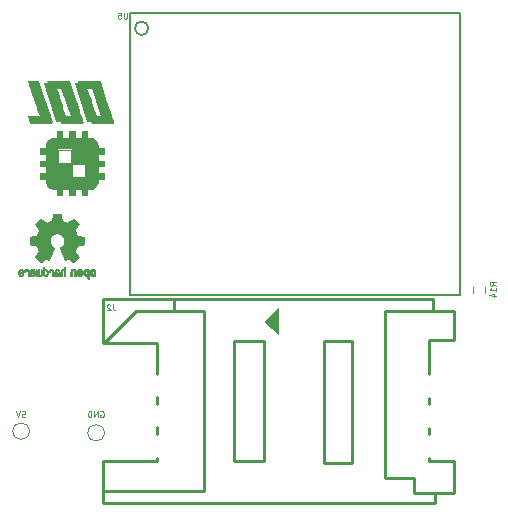
<source format=gbo>
G04 #@! TF.GenerationSoftware,KiCad,Pcbnew,5.1.10-88a1d61d58~90~ubuntu20.04.1*
G04 #@! TF.CreationDate,2021-08-08T16:04:40+03:00*
G04 #@! TF.ProjectId,GPS_keychain,4750535f-6b65-4796-9368-61696e2e6b69,rev?*
G04 #@! TF.SameCoordinates,Original*
G04 #@! TF.FileFunction,Legend,Bot*
G04 #@! TF.FilePolarity,Positive*
%FSLAX46Y46*%
G04 Gerber Fmt 4.6, Leading zero omitted, Abs format (unit mm)*
G04 Created by KiCad (PCBNEW 5.1.10-88a1d61d58~90~ubuntu20.04.1) date 2021-08-08 16:04:40*
%MOMM*%
%LPD*%
G01*
G04 APERTURE LIST*
%ADD10C,0.010000*%
%ADD11C,0.150000*%
%ADD12C,0.120000*%
%ADD13C,0.254000*%
%ADD14C,0.100000*%
%ADD15C,1.700000*%
%ADD16R,1.200000X1.600000*%
%ADD17R,1.800000X2.400000*%
%ADD18C,1.000000*%
%ADD19O,1.700000X1.700000*%
%ADD20R,1.700000X1.700000*%
%ADD21R,3.500000X1.500000*%
%ADD22O,1.350000X1.700000*%
%ADD23O,1.100000X1.500000*%
G04 APERTURE END LIST*
D10*
G36*
X197553536Y-132323518D02*
G01*
X197498079Y-132351168D01*
X197449132Y-132402080D01*
X197435651Y-132420938D01*
X197420966Y-132445615D01*
X197411438Y-132472416D01*
X197405987Y-132508187D01*
X197403533Y-132559769D01*
X197402994Y-132627867D01*
X197405428Y-132721188D01*
X197413886Y-132791257D01*
X197430106Y-132843531D01*
X197455826Y-132883469D01*
X197492783Y-132916529D01*
X197495498Y-132918486D01*
X197531920Y-132938508D01*
X197575778Y-132948415D01*
X197631556Y-132950857D01*
X197722232Y-132950857D01*
X197722270Y-133038883D01*
X197723114Y-133087908D01*
X197728256Y-133116665D01*
X197741693Y-133133911D01*
X197767422Y-133148408D01*
X197773601Y-133151369D01*
X197802516Y-133165248D01*
X197824904Y-133174014D01*
X197841551Y-133174771D01*
X197853244Y-133164623D01*
X197860770Y-133140673D01*
X197864914Y-133100026D01*
X197866465Y-133039786D01*
X197866209Y-132957055D01*
X197864931Y-132848939D01*
X197864532Y-132816600D01*
X197863095Y-132705124D01*
X197861808Y-132632203D01*
X197722309Y-132632203D01*
X197721525Y-132694099D01*
X197718040Y-132734597D01*
X197710156Y-132761308D01*
X197696175Y-132781844D01*
X197686683Y-132791860D01*
X197647876Y-132821167D01*
X197613517Y-132823552D01*
X197578064Y-132799350D01*
X197577166Y-132798457D01*
X197562741Y-132779753D01*
X197553967Y-132754332D01*
X197549541Y-132715184D01*
X197548162Y-132655297D01*
X197548137Y-132642030D01*
X197551468Y-132559501D01*
X197562311Y-132502291D01*
X197581940Y-132467366D01*
X197611630Y-132451694D01*
X197628789Y-132450114D01*
X197669514Y-132457526D01*
X197697448Y-132481930D01*
X197714263Y-132526580D01*
X197721630Y-132594730D01*
X197722309Y-132632203D01*
X197861808Y-132632203D01*
X197861572Y-132618845D01*
X197859603Y-132553933D01*
X197856830Y-132506558D01*
X197852892Y-132472890D01*
X197847431Y-132449098D01*
X197840088Y-132431353D01*
X197830503Y-132415824D01*
X197826393Y-132409981D01*
X197771875Y-132354785D01*
X197702944Y-132323490D01*
X197623208Y-132314765D01*
X197553536Y-132323518D01*
G37*
X197553536Y-132323518D02*
X197498079Y-132351168D01*
X197449132Y-132402080D01*
X197435651Y-132420938D01*
X197420966Y-132445615D01*
X197411438Y-132472416D01*
X197405987Y-132508187D01*
X197403533Y-132559769D01*
X197402994Y-132627867D01*
X197405428Y-132721188D01*
X197413886Y-132791257D01*
X197430106Y-132843531D01*
X197455826Y-132883469D01*
X197492783Y-132916529D01*
X197495498Y-132918486D01*
X197531920Y-132938508D01*
X197575778Y-132948415D01*
X197631556Y-132950857D01*
X197722232Y-132950857D01*
X197722270Y-133038883D01*
X197723114Y-133087908D01*
X197728256Y-133116665D01*
X197741693Y-133133911D01*
X197767422Y-133148408D01*
X197773601Y-133151369D01*
X197802516Y-133165248D01*
X197824904Y-133174014D01*
X197841551Y-133174771D01*
X197853244Y-133164623D01*
X197860770Y-133140673D01*
X197864914Y-133100026D01*
X197866465Y-133039786D01*
X197866209Y-132957055D01*
X197864931Y-132848939D01*
X197864532Y-132816600D01*
X197863095Y-132705124D01*
X197861808Y-132632203D01*
X197722309Y-132632203D01*
X197721525Y-132694099D01*
X197718040Y-132734597D01*
X197710156Y-132761308D01*
X197696175Y-132781844D01*
X197686683Y-132791860D01*
X197647876Y-132821167D01*
X197613517Y-132823552D01*
X197578064Y-132799350D01*
X197577166Y-132798457D01*
X197562741Y-132779753D01*
X197553967Y-132754332D01*
X197549541Y-132715184D01*
X197548162Y-132655297D01*
X197548137Y-132642030D01*
X197551468Y-132559501D01*
X197562311Y-132502291D01*
X197581940Y-132467366D01*
X197611630Y-132451694D01*
X197628789Y-132450114D01*
X197669514Y-132457526D01*
X197697448Y-132481930D01*
X197714263Y-132526580D01*
X197721630Y-132594730D01*
X197722309Y-132632203D01*
X197861808Y-132632203D01*
X197861572Y-132618845D01*
X197859603Y-132553933D01*
X197856830Y-132506558D01*
X197852892Y-132472890D01*
X197847431Y-132449098D01*
X197840088Y-132431353D01*
X197830503Y-132415824D01*
X197826393Y-132409981D01*
X197771875Y-132354785D01*
X197702944Y-132323490D01*
X197623208Y-132314765D01*
X197553536Y-132323518D01*
G36*
X196437187Y-132331380D02*
G01*
X196390608Y-132358323D01*
X196358223Y-132385066D01*
X196334538Y-132413084D01*
X196318221Y-132447348D01*
X196307941Y-132492827D01*
X196302366Y-132554492D01*
X196300164Y-132637311D01*
X196299909Y-132696846D01*
X196299909Y-132915991D01*
X196361594Y-132943644D01*
X196423280Y-132971297D01*
X196430537Y-132731270D01*
X196433536Y-132641628D01*
X196436682Y-132576562D01*
X196440579Y-132531626D01*
X196445833Y-132502370D01*
X196453049Y-132484348D01*
X196462830Y-132473111D01*
X196465968Y-132470679D01*
X196513519Y-132451683D01*
X196561583Y-132459200D01*
X196590194Y-132479143D01*
X196601833Y-132493275D01*
X196609889Y-132511820D01*
X196615009Y-132539934D01*
X196617839Y-132582773D01*
X196619024Y-132645495D01*
X196619223Y-132710861D01*
X196619262Y-132792868D01*
X196620666Y-132850916D01*
X196625366Y-132890065D01*
X196635293Y-132915380D01*
X196652377Y-132931923D01*
X196678548Y-132944756D01*
X196713505Y-132958091D01*
X196751684Y-132972607D01*
X196747139Y-132714989D01*
X196745309Y-132622119D01*
X196743168Y-132553489D01*
X196740099Y-132504311D01*
X196735486Y-132469798D01*
X196728712Y-132445162D01*
X196719161Y-132425616D01*
X196707646Y-132408370D01*
X196652090Y-132353280D01*
X196584300Y-132321422D01*
X196510567Y-132313791D01*
X196437187Y-132331380D01*
G37*
X196437187Y-132331380D02*
X196390608Y-132358323D01*
X196358223Y-132385066D01*
X196334538Y-132413084D01*
X196318221Y-132447348D01*
X196307941Y-132492827D01*
X196302366Y-132554492D01*
X196300164Y-132637311D01*
X196299909Y-132696846D01*
X196299909Y-132915991D01*
X196361594Y-132943644D01*
X196423280Y-132971297D01*
X196430537Y-132731270D01*
X196433536Y-132641628D01*
X196436682Y-132576562D01*
X196440579Y-132531626D01*
X196445833Y-132502370D01*
X196453049Y-132484348D01*
X196462830Y-132473111D01*
X196465968Y-132470679D01*
X196513519Y-132451683D01*
X196561583Y-132459200D01*
X196590194Y-132479143D01*
X196601833Y-132493275D01*
X196609889Y-132511820D01*
X196615009Y-132539934D01*
X196617839Y-132582773D01*
X196619024Y-132645495D01*
X196619223Y-132710861D01*
X196619262Y-132792868D01*
X196620666Y-132850916D01*
X196625366Y-132890065D01*
X196635293Y-132915380D01*
X196652377Y-132931923D01*
X196678548Y-132944756D01*
X196713505Y-132958091D01*
X196751684Y-132972607D01*
X196747139Y-132714989D01*
X196745309Y-132622119D01*
X196743168Y-132553489D01*
X196740099Y-132504311D01*
X196735486Y-132469798D01*
X196728712Y-132445162D01*
X196719161Y-132425616D01*
X196707646Y-132408370D01*
X196652090Y-132353280D01*
X196584300Y-132321422D01*
X196510567Y-132313791D01*
X196437187Y-132331380D01*
G36*
X198112165Y-132325562D02*
G01*
X198044135Y-132361333D01*
X197993929Y-132418901D01*
X197976095Y-132455912D01*
X197962217Y-132511482D01*
X197955113Y-132581696D01*
X197954440Y-132658327D01*
X197959853Y-132733152D01*
X197971010Y-132797942D01*
X197987566Y-132844473D01*
X197992654Y-132852487D01*
X198052925Y-132912307D01*
X198124511Y-132948135D01*
X198202188Y-132958620D01*
X198280732Y-132942410D01*
X198302591Y-132932692D01*
X198345158Y-132902743D01*
X198382517Y-132863033D01*
X198386048Y-132857997D01*
X198400399Y-132833724D01*
X198409886Y-132807778D01*
X198415490Y-132773622D01*
X198418194Y-132724719D01*
X198418981Y-132654535D01*
X198418994Y-132638800D01*
X198418958Y-132633792D01*
X198273851Y-132633792D01*
X198273007Y-132700030D01*
X198269684Y-132743986D01*
X198262697Y-132772379D01*
X198250864Y-132791925D01*
X198244823Y-132798457D01*
X198210094Y-132823280D01*
X198176377Y-132822148D01*
X198142285Y-132800616D01*
X198121951Y-132777629D01*
X198109909Y-132744078D01*
X198103146Y-132691169D01*
X198102682Y-132684999D01*
X198101528Y-132589113D01*
X198113592Y-132517899D01*
X198138710Y-132471794D01*
X198176720Y-132451235D01*
X198190288Y-132450114D01*
X198225916Y-132455752D01*
X198250286Y-132475286D01*
X198265187Y-132512642D01*
X198272405Y-132571750D01*
X198273851Y-132633792D01*
X198418958Y-132633792D01*
X198418454Y-132564013D01*
X198416184Y-132511759D01*
X198411212Y-132475549D01*
X198402567Y-132448899D01*
X198389275Y-132425322D01*
X198386337Y-132420938D01*
X198336967Y-132361849D01*
X198283171Y-132327547D01*
X198217678Y-132313931D01*
X198195438Y-132313265D01*
X198112165Y-132325562D01*
G37*
X198112165Y-132325562D02*
X198044135Y-132361333D01*
X197993929Y-132418901D01*
X197976095Y-132455912D01*
X197962217Y-132511482D01*
X197955113Y-132581696D01*
X197954440Y-132658327D01*
X197959853Y-132733152D01*
X197971010Y-132797942D01*
X197987566Y-132844473D01*
X197992654Y-132852487D01*
X198052925Y-132912307D01*
X198124511Y-132948135D01*
X198202188Y-132958620D01*
X198280732Y-132942410D01*
X198302591Y-132932692D01*
X198345158Y-132902743D01*
X198382517Y-132863033D01*
X198386048Y-132857997D01*
X198400399Y-132833724D01*
X198409886Y-132807778D01*
X198415490Y-132773622D01*
X198418194Y-132724719D01*
X198418981Y-132654535D01*
X198418994Y-132638800D01*
X198418958Y-132633792D01*
X198273851Y-132633792D01*
X198273007Y-132700030D01*
X198269684Y-132743986D01*
X198262697Y-132772379D01*
X198250864Y-132791925D01*
X198244823Y-132798457D01*
X198210094Y-132823280D01*
X198176377Y-132822148D01*
X198142285Y-132800616D01*
X198121951Y-132777629D01*
X198109909Y-132744078D01*
X198103146Y-132691169D01*
X198102682Y-132684999D01*
X198101528Y-132589113D01*
X198113592Y-132517899D01*
X198138710Y-132471794D01*
X198176720Y-132451235D01*
X198190288Y-132450114D01*
X198225916Y-132455752D01*
X198250286Y-132475286D01*
X198265187Y-132512642D01*
X198272405Y-132571750D01*
X198273851Y-132633792D01*
X198418958Y-132633792D01*
X198418454Y-132564013D01*
X198416184Y-132511759D01*
X198411212Y-132475549D01*
X198402567Y-132448899D01*
X198389275Y-132425322D01*
X198386337Y-132420938D01*
X198336967Y-132361849D01*
X198283171Y-132327547D01*
X198217678Y-132313931D01*
X198195438Y-132313265D01*
X198112165Y-132325562D01*
G36*
X196984977Y-132334839D02*
G01*
X196927753Y-132373335D01*
X196883531Y-132428935D01*
X196857113Y-132499686D01*
X196851770Y-132551762D01*
X196852377Y-132573493D01*
X196857458Y-132590131D01*
X196871425Y-132605037D01*
X196898691Y-132621573D01*
X196943668Y-132643098D01*
X197010769Y-132672974D01*
X197011109Y-132673124D01*
X197072873Y-132701413D01*
X197123521Y-132726533D01*
X197157876Y-132745779D01*
X197170762Y-132756448D01*
X197170766Y-132756534D01*
X197159408Y-132779766D01*
X197132849Y-132805374D01*
X197102357Y-132823821D01*
X197086910Y-132827486D01*
X197044765Y-132814812D01*
X197008472Y-132783071D01*
X196990763Y-132748172D01*
X196973728Y-132722445D01*
X196940358Y-132693146D01*
X196901131Y-132667835D01*
X196866524Y-132654071D01*
X196859287Y-132653314D01*
X196851141Y-132665760D01*
X196850650Y-132697572D01*
X196856637Y-132740466D01*
X196867923Y-132786158D01*
X196883330Y-132826361D01*
X196884109Y-132827922D01*
X196930476Y-132892662D01*
X196990569Y-132936697D01*
X197058815Y-132958311D01*
X197129642Y-132955785D01*
X197197476Y-132927404D01*
X197200492Y-132925408D01*
X197253853Y-132877048D01*
X197288940Y-132813952D01*
X197308358Y-132730987D01*
X197310964Y-132707678D01*
X197315579Y-132597655D01*
X197310047Y-132546348D01*
X197170766Y-132546348D01*
X197168956Y-132578353D01*
X197159058Y-132587693D01*
X197134382Y-132580705D01*
X197095485Y-132564187D01*
X197052005Y-132543481D01*
X197050924Y-132542933D01*
X197014071Y-132523549D01*
X196999280Y-132510613D01*
X197002927Y-132497051D01*
X197018285Y-132479232D01*
X197057357Y-132453445D01*
X197099434Y-132451550D01*
X197137177Y-132470317D01*
X197163246Y-132506515D01*
X197170766Y-132546348D01*
X197310047Y-132546348D01*
X197306086Y-132509627D01*
X197281730Y-132439812D01*
X197247824Y-132390902D01*
X197186627Y-132341478D01*
X197119217Y-132316959D01*
X197050400Y-132315397D01*
X196984977Y-132334839D01*
G37*
X196984977Y-132334839D02*
X196927753Y-132373335D01*
X196883531Y-132428935D01*
X196857113Y-132499686D01*
X196851770Y-132551762D01*
X196852377Y-132573493D01*
X196857458Y-132590131D01*
X196871425Y-132605037D01*
X196898691Y-132621573D01*
X196943668Y-132643098D01*
X197010769Y-132672974D01*
X197011109Y-132673124D01*
X197072873Y-132701413D01*
X197123521Y-132726533D01*
X197157876Y-132745779D01*
X197170762Y-132756448D01*
X197170766Y-132756534D01*
X197159408Y-132779766D01*
X197132849Y-132805374D01*
X197102357Y-132823821D01*
X197086910Y-132827486D01*
X197044765Y-132814812D01*
X197008472Y-132783071D01*
X196990763Y-132748172D01*
X196973728Y-132722445D01*
X196940358Y-132693146D01*
X196901131Y-132667835D01*
X196866524Y-132654071D01*
X196859287Y-132653314D01*
X196851141Y-132665760D01*
X196850650Y-132697572D01*
X196856637Y-132740466D01*
X196867923Y-132786158D01*
X196883330Y-132826361D01*
X196884109Y-132827922D01*
X196930476Y-132892662D01*
X196990569Y-132936697D01*
X197058815Y-132958311D01*
X197129642Y-132955785D01*
X197197476Y-132927404D01*
X197200492Y-132925408D01*
X197253853Y-132877048D01*
X197288940Y-132813952D01*
X197308358Y-132730987D01*
X197310964Y-132707678D01*
X197315579Y-132597655D01*
X197310047Y-132546348D01*
X197170766Y-132546348D01*
X197168956Y-132578353D01*
X197159058Y-132587693D01*
X197134382Y-132580705D01*
X197095485Y-132564187D01*
X197052005Y-132543481D01*
X197050924Y-132542933D01*
X197014071Y-132523549D01*
X196999280Y-132510613D01*
X197002927Y-132497051D01*
X197018285Y-132479232D01*
X197057357Y-132453445D01*
X197099434Y-132451550D01*
X197137177Y-132470317D01*
X197163246Y-132506515D01*
X197170766Y-132546348D01*
X197310047Y-132546348D01*
X197306086Y-132509627D01*
X197281730Y-132439812D01*
X197247824Y-132390902D01*
X197186627Y-132341478D01*
X197119217Y-132316959D01*
X197050400Y-132315397D01*
X196984977Y-132334839D01*
G36*
X195777394Y-132254889D02*
G01*
X195773141Y-132314213D01*
X195768255Y-132349172D01*
X195761485Y-132364420D01*
X195751578Y-132364615D01*
X195748366Y-132362795D01*
X195705636Y-132349615D01*
X195650053Y-132350385D01*
X195593543Y-132363933D01*
X195558198Y-132381461D01*
X195521959Y-132409461D01*
X195495467Y-132441149D01*
X195477281Y-132481413D01*
X195465958Y-132535143D01*
X195460058Y-132607226D01*
X195458137Y-132702551D01*
X195458103Y-132720837D01*
X195458080Y-132926246D01*
X195503789Y-132942180D01*
X195536253Y-132953020D01*
X195554065Y-132958068D01*
X195554589Y-132958114D01*
X195556343Y-132944428D01*
X195557836Y-132906676D01*
X195558954Y-132849824D01*
X195559583Y-132778834D01*
X195559680Y-132735673D01*
X195559882Y-132650573D01*
X195560922Y-132589581D01*
X195563449Y-132547777D01*
X195568116Y-132520242D01*
X195575573Y-132502056D01*
X195586469Y-132488298D01*
X195593273Y-132481673D01*
X195640008Y-132454975D01*
X195691008Y-132452975D01*
X195737279Y-132475555D01*
X195745836Y-132483707D01*
X195758387Y-132499036D01*
X195767092Y-132517218D01*
X195772649Y-132543509D01*
X195775754Y-132583162D01*
X195777104Y-132641432D01*
X195777394Y-132721773D01*
X195777394Y-132926246D01*
X195823103Y-132942180D01*
X195855567Y-132953020D01*
X195873379Y-132958068D01*
X195873903Y-132958114D01*
X195875243Y-132944223D01*
X195876452Y-132905039D01*
X195877479Y-132844300D01*
X195878278Y-132765741D01*
X195878799Y-132673098D01*
X195878994Y-132570109D01*
X195878994Y-132172942D01*
X195831823Y-132153044D01*
X195784651Y-132133147D01*
X195777394Y-132254889D01*
G37*
X195777394Y-132254889D02*
X195773141Y-132314213D01*
X195768255Y-132349172D01*
X195761485Y-132364420D01*
X195751578Y-132364615D01*
X195748366Y-132362795D01*
X195705636Y-132349615D01*
X195650053Y-132350385D01*
X195593543Y-132363933D01*
X195558198Y-132381461D01*
X195521959Y-132409461D01*
X195495467Y-132441149D01*
X195477281Y-132481413D01*
X195465958Y-132535143D01*
X195460058Y-132607226D01*
X195458137Y-132702551D01*
X195458103Y-132720837D01*
X195458080Y-132926246D01*
X195503789Y-132942180D01*
X195536253Y-132953020D01*
X195554065Y-132958068D01*
X195554589Y-132958114D01*
X195556343Y-132944428D01*
X195557836Y-132906676D01*
X195558954Y-132849824D01*
X195559583Y-132778834D01*
X195559680Y-132735673D01*
X195559882Y-132650573D01*
X195560922Y-132589581D01*
X195563449Y-132547777D01*
X195568116Y-132520242D01*
X195575573Y-132502056D01*
X195586469Y-132488298D01*
X195593273Y-132481673D01*
X195640008Y-132454975D01*
X195691008Y-132452975D01*
X195737279Y-132475555D01*
X195745836Y-132483707D01*
X195758387Y-132499036D01*
X195767092Y-132517218D01*
X195772649Y-132543509D01*
X195775754Y-132583162D01*
X195777104Y-132641432D01*
X195777394Y-132721773D01*
X195777394Y-132926246D01*
X195823103Y-132942180D01*
X195855567Y-132953020D01*
X195873379Y-132958068D01*
X195873903Y-132958114D01*
X195875243Y-132944223D01*
X195876452Y-132905039D01*
X195877479Y-132844300D01*
X195878278Y-132765741D01*
X195878799Y-132673098D01*
X195878994Y-132570109D01*
X195878994Y-132172942D01*
X195831823Y-132153044D01*
X195784651Y-132133147D01*
X195777394Y-132254889D01*
G36*
X195113536Y-132354568D02*
G01*
X195056664Y-132375687D01*
X195056013Y-132376093D01*
X195020840Y-132401980D01*
X194994873Y-132432233D01*
X194976610Y-132471658D01*
X194964548Y-132525062D01*
X194957184Y-132597251D01*
X194953016Y-132693032D01*
X194952651Y-132706678D01*
X194947404Y-132912442D01*
X194991564Y-132935278D01*
X195023517Y-132950710D01*
X195042810Y-132958023D01*
X195043702Y-132958114D01*
X195047041Y-132944622D01*
X195049693Y-132908226D01*
X195051324Y-132855052D01*
X195051680Y-132811993D01*
X195051688Y-132742241D01*
X195054877Y-132698437D01*
X195065992Y-132677544D01*
X195089779Y-132676525D01*
X195130984Y-132692341D01*
X195193194Y-132721415D01*
X195238939Y-132745563D01*
X195262467Y-132766513D01*
X195269384Y-132789347D01*
X195269394Y-132790477D01*
X195257981Y-132829812D01*
X195224188Y-132851062D01*
X195172471Y-132854139D01*
X195135219Y-132853606D01*
X195115577Y-132864335D01*
X195103328Y-132890105D01*
X195096278Y-132922937D01*
X195106438Y-132941566D01*
X195110263Y-132944232D01*
X195146279Y-132954940D01*
X195196714Y-132956456D01*
X195248654Y-132949359D01*
X195285458Y-132936388D01*
X195336342Y-132893185D01*
X195365266Y-132833046D01*
X195370994Y-132786062D01*
X195366623Y-132743682D01*
X195350805Y-132709088D01*
X195319483Y-132678363D01*
X195268602Y-132647590D01*
X195194104Y-132612852D01*
X195189566Y-132610888D01*
X195122459Y-132579887D01*
X195081048Y-132554462D01*
X195063299Y-132531614D01*
X195067173Y-132508345D01*
X195090637Y-132481656D01*
X195097653Y-132475514D01*
X195144650Y-132451700D01*
X195193347Y-132452703D01*
X195235758Y-132476051D01*
X195263896Y-132519275D01*
X195266511Y-132527760D01*
X195291972Y-132568908D01*
X195324279Y-132588728D01*
X195370994Y-132608370D01*
X195370994Y-132557550D01*
X195356784Y-132483682D01*
X195314605Y-132415927D01*
X195292656Y-132393261D01*
X195242763Y-132364169D01*
X195179313Y-132351000D01*
X195113536Y-132354568D01*
G37*
X195113536Y-132354568D02*
X195056664Y-132375687D01*
X195056013Y-132376093D01*
X195020840Y-132401980D01*
X194994873Y-132432233D01*
X194976610Y-132471658D01*
X194964548Y-132525062D01*
X194957184Y-132597251D01*
X194953016Y-132693032D01*
X194952651Y-132706678D01*
X194947404Y-132912442D01*
X194991564Y-132935278D01*
X195023517Y-132950710D01*
X195042810Y-132958023D01*
X195043702Y-132958114D01*
X195047041Y-132944622D01*
X195049693Y-132908226D01*
X195051324Y-132855052D01*
X195051680Y-132811993D01*
X195051688Y-132742241D01*
X195054877Y-132698437D01*
X195065992Y-132677544D01*
X195089779Y-132676525D01*
X195130984Y-132692341D01*
X195193194Y-132721415D01*
X195238939Y-132745563D01*
X195262467Y-132766513D01*
X195269384Y-132789347D01*
X195269394Y-132790477D01*
X195257981Y-132829812D01*
X195224188Y-132851062D01*
X195172471Y-132854139D01*
X195135219Y-132853606D01*
X195115577Y-132864335D01*
X195103328Y-132890105D01*
X195096278Y-132922937D01*
X195106438Y-132941566D01*
X195110263Y-132944232D01*
X195146279Y-132954940D01*
X195196714Y-132956456D01*
X195248654Y-132949359D01*
X195285458Y-132936388D01*
X195336342Y-132893185D01*
X195365266Y-132833046D01*
X195370994Y-132786062D01*
X195366623Y-132743682D01*
X195350805Y-132709088D01*
X195319483Y-132678363D01*
X195268602Y-132647590D01*
X195194104Y-132612852D01*
X195189566Y-132610888D01*
X195122459Y-132579887D01*
X195081048Y-132554462D01*
X195063299Y-132531614D01*
X195067173Y-132508345D01*
X195090637Y-132481656D01*
X195097653Y-132475514D01*
X195144650Y-132451700D01*
X195193347Y-132452703D01*
X195235758Y-132476051D01*
X195263896Y-132519275D01*
X195266511Y-132527760D01*
X195291972Y-132568908D01*
X195324279Y-132588728D01*
X195370994Y-132608370D01*
X195370994Y-132557550D01*
X195356784Y-132483682D01*
X195314605Y-132415927D01*
X195292656Y-132393261D01*
X195242763Y-132364169D01*
X195179313Y-132351000D01*
X195113536Y-132354568D01*
G36*
X194623354Y-132353355D02*
G01*
X194557422Y-132377684D01*
X194504007Y-132420717D01*
X194483116Y-132451009D01*
X194460341Y-132506594D01*
X194460814Y-132546786D01*
X194484718Y-132573817D01*
X194493563Y-132578413D01*
X194531750Y-132592744D01*
X194551252Y-132589072D01*
X194557858Y-132565007D01*
X194558194Y-132551714D01*
X194570288Y-132502810D01*
X194601809Y-132468599D01*
X194645621Y-132452076D01*
X194694585Y-132456234D01*
X194734386Y-132477827D01*
X194747830Y-132490144D01*
X194757359Y-132505087D01*
X194763795Y-132527675D01*
X194767963Y-132562928D01*
X194770683Y-132615866D01*
X194772778Y-132691507D01*
X194773320Y-132715457D01*
X194775299Y-132797390D01*
X194777549Y-132855055D01*
X194780923Y-132893208D01*
X194786274Y-132916604D01*
X194794456Y-132929998D01*
X194806321Y-132938145D01*
X194813918Y-132941744D01*
X194846178Y-132954052D01*
X194865169Y-132958114D01*
X194871444Y-132944548D01*
X194875274Y-132903534D01*
X194876680Y-132834599D01*
X194875682Y-132737269D01*
X194875372Y-132722257D01*
X194873179Y-132633459D01*
X194870587Y-132568619D01*
X194866898Y-132522667D01*
X194861416Y-132490535D01*
X194853445Y-132467153D01*
X194842287Y-132447452D01*
X194836450Y-132439010D01*
X194802984Y-132401657D01*
X194765553Y-132372603D01*
X194760971Y-132370067D01*
X194693854Y-132350043D01*
X194623354Y-132353355D01*
G37*
X194623354Y-132353355D02*
X194557422Y-132377684D01*
X194504007Y-132420717D01*
X194483116Y-132451009D01*
X194460341Y-132506594D01*
X194460814Y-132546786D01*
X194484718Y-132573817D01*
X194493563Y-132578413D01*
X194531750Y-132592744D01*
X194551252Y-132589072D01*
X194557858Y-132565007D01*
X194558194Y-132551714D01*
X194570288Y-132502810D01*
X194601809Y-132468599D01*
X194645621Y-132452076D01*
X194694585Y-132456234D01*
X194734386Y-132477827D01*
X194747830Y-132490144D01*
X194757359Y-132505087D01*
X194763795Y-132527675D01*
X194767963Y-132562928D01*
X194770683Y-132615866D01*
X194772778Y-132691507D01*
X194773320Y-132715457D01*
X194775299Y-132797390D01*
X194777549Y-132855055D01*
X194780923Y-132893208D01*
X194786274Y-132916604D01*
X194794456Y-132929998D01*
X194806321Y-132938145D01*
X194813918Y-132941744D01*
X194846178Y-132954052D01*
X194865169Y-132958114D01*
X194871444Y-132944548D01*
X194875274Y-132903534D01*
X194876680Y-132834599D01*
X194875682Y-132737269D01*
X194875372Y-132722257D01*
X194873179Y-132633459D01*
X194870587Y-132568619D01*
X194866898Y-132522667D01*
X194861416Y-132490535D01*
X194853445Y-132467153D01*
X194842287Y-132447452D01*
X194836450Y-132439010D01*
X194802984Y-132401657D01*
X194765553Y-132372603D01*
X194760971Y-132370067D01*
X194693854Y-132350043D01*
X194623354Y-132353355D01*
G36*
X193963163Y-132468958D02*
G01*
X193963347Y-132577437D01*
X193964061Y-132660887D01*
X193965605Y-132723304D01*
X193968279Y-132768685D01*
X193972386Y-132801029D01*
X193978225Y-132824333D01*
X193986098Y-132842595D01*
X193992059Y-132853018D01*
X194041425Y-132909545D01*
X194104016Y-132944977D01*
X194173267Y-132957690D01*
X194242612Y-132946063D01*
X194283905Y-132925168D01*
X194327255Y-132889022D01*
X194356799Y-132844876D01*
X194374625Y-132787062D01*
X194382817Y-132709913D01*
X194383978Y-132653314D01*
X194383822Y-132649247D01*
X194282423Y-132649247D01*
X194281804Y-132714150D01*
X194278966Y-132757114D01*
X194272440Y-132785222D01*
X194260757Y-132805553D01*
X194246797Y-132820888D01*
X194199915Y-132850490D01*
X194149579Y-132853019D01*
X194102004Y-132828305D01*
X194098301Y-132824956D01*
X194082497Y-132807535D01*
X194072587Y-132786809D01*
X194067222Y-132755962D01*
X194065052Y-132708177D01*
X194064709Y-132655348D01*
X194065453Y-132588981D01*
X194068532Y-132544706D01*
X194075219Y-132515609D01*
X194086784Y-132494773D01*
X194096267Y-132483707D01*
X194140320Y-132455798D01*
X194191056Y-132452443D01*
X194239484Y-132473759D01*
X194248830Y-132481673D01*
X194264740Y-132499247D01*
X194274670Y-132520187D01*
X194280002Y-132551382D01*
X194282117Y-132599722D01*
X194282423Y-132649247D01*
X194383822Y-132649247D01*
X194380470Y-132562168D01*
X194368554Y-132493686D01*
X194346145Y-132442200D01*
X194311156Y-132402043D01*
X194283905Y-132381461D01*
X194234373Y-132359225D01*
X194176964Y-132348904D01*
X194123598Y-132351667D01*
X194093737Y-132362812D01*
X194082019Y-132365983D01*
X194074243Y-132354157D01*
X194068815Y-132322466D01*
X194064709Y-132274193D01*
X194060213Y-132220429D01*
X194053967Y-132188082D01*
X194042604Y-132169585D01*
X194022752Y-132157370D01*
X194010280Y-132151962D01*
X193963109Y-132132201D01*
X193963163Y-132468958D01*
G37*
X193963163Y-132468958D02*
X193963347Y-132577437D01*
X193964061Y-132660887D01*
X193965605Y-132723304D01*
X193968279Y-132768685D01*
X193972386Y-132801029D01*
X193978225Y-132824333D01*
X193986098Y-132842595D01*
X193992059Y-132853018D01*
X194041425Y-132909545D01*
X194104016Y-132944977D01*
X194173267Y-132957690D01*
X194242612Y-132946063D01*
X194283905Y-132925168D01*
X194327255Y-132889022D01*
X194356799Y-132844876D01*
X194374625Y-132787062D01*
X194382817Y-132709913D01*
X194383978Y-132653314D01*
X194383822Y-132649247D01*
X194282423Y-132649247D01*
X194281804Y-132714150D01*
X194278966Y-132757114D01*
X194272440Y-132785222D01*
X194260757Y-132805553D01*
X194246797Y-132820888D01*
X194199915Y-132850490D01*
X194149579Y-132853019D01*
X194102004Y-132828305D01*
X194098301Y-132824956D01*
X194082497Y-132807535D01*
X194072587Y-132786809D01*
X194067222Y-132755962D01*
X194065052Y-132708177D01*
X194064709Y-132655348D01*
X194065453Y-132588981D01*
X194068532Y-132544706D01*
X194075219Y-132515609D01*
X194086784Y-132494773D01*
X194096267Y-132483707D01*
X194140320Y-132455798D01*
X194191056Y-132452443D01*
X194239484Y-132473759D01*
X194248830Y-132481673D01*
X194264740Y-132499247D01*
X194274670Y-132520187D01*
X194280002Y-132551382D01*
X194282117Y-132599722D01*
X194282423Y-132649247D01*
X194383822Y-132649247D01*
X194380470Y-132562168D01*
X194368554Y-132493686D01*
X194346145Y-132442200D01*
X194311156Y-132402043D01*
X194283905Y-132381461D01*
X194234373Y-132359225D01*
X194176964Y-132348904D01*
X194123598Y-132351667D01*
X194093737Y-132362812D01*
X194082019Y-132365983D01*
X194074243Y-132354157D01*
X194068815Y-132322466D01*
X194064709Y-132274193D01*
X194060213Y-132220429D01*
X194053967Y-132188082D01*
X194042604Y-132169585D01*
X194022752Y-132157370D01*
X194010280Y-132151962D01*
X193963109Y-132132201D01*
X193963163Y-132468958D01*
G36*
X193373447Y-132362263D02*
G01*
X193371232Y-132400450D01*
X193369496Y-132458486D01*
X193368381Y-132531780D01*
X193368023Y-132608655D01*
X193368023Y-132868796D01*
X193413954Y-132914727D01*
X193445605Y-132943029D01*
X193473390Y-132954493D01*
X193511365Y-132953768D01*
X193526440Y-132951921D01*
X193573554Y-132946548D01*
X193612524Y-132943469D01*
X193622023Y-132943185D01*
X193654047Y-132945045D01*
X193699848Y-132949714D01*
X193717606Y-132951921D01*
X193761223Y-132955335D01*
X193790535Y-132947920D01*
X193819600Y-132925027D01*
X193830092Y-132914727D01*
X193876023Y-132868796D01*
X193876023Y-132382202D01*
X193839054Y-132365358D01*
X193807221Y-132352882D01*
X193788597Y-132348514D01*
X193783822Y-132362318D01*
X193779359Y-132400886D01*
X193775505Y-132459956D01*
X193772558Y-132535263D01*
X193771137Y-132598886D01*
X193767166Y-132849257D01*
X193732521Y-132854156D01*
X193701012Y-132850731D01*
X193685572Y-132839641D01*
X193681257Y-132818908D01*
X193677572Y-132774745D01*
X193674811Y-132712746D01*
X193673268Y-132638509D01*
X193673045Y-132600306D01*
X193672823Y-132380383D01*
X193627114Y-132364449D01*
X193594762Y-132353615D01*
X193577165Y-132348562D01*
X193576657Y-132348514D01*
X193574892Y-132362248D01*
X193572951Y-132400330D01*
X193570998Y-132458082D01*
X193569196Y-132530827D01*
X193567937Y-132598886D01*
X193563966Y-132849257D01*
X193476880Y-132849257D01*
X193472884Y-132620840D01*
X193468888Y-132392422D01*
X193426433Y-132370468D01*
X193395088Y-132355393D01*
X193376536Y-132348551D01*
X193376001Y-132348514D01*
X193373447Y-132362263D01*
G37*
X193373447Y-132362263D02*
X193371232Y-132400450D01*
X193369496Y-132458486D01*
X193368381Y-132531780D01*
X193368023Y-132608655D01*
X193368023Y-132868796D01*
X193413954Y-132914727D01*
X193445605Y-132943029D01*
X193473390Y-132954493D01*
X193511365Y-132953768D01*
X193526440Y-132951921D01*
X193573554Y-132946548D01*
X193612524Y-132943469D01*
X193622023Y-132943185D01*
X193654047Y-132945045D01*
X193699848Y-132949714D01*
X193717606Y-132951921D01*
X193761223Y-132955335D01*
X193790535Y-132947920D01*
X193819600Y-132925027D01*
X193830092Y-132914727D01*
X193876023Y-132868796D01*
X193876023Y-132382202D01*
X193839054Y-132365358D01*
X193807221Y-132352882D01*
X193788597Y-132348514D01*
X193783822Y-132362318D01*
X193779359Y-132400886D01*
X193775505Y-132459956D01*
X193772558Y-132535263D01*
X193771137Y-132598886D01*
X193767166Y-132849257D01*
X193732521Y-132854156D01*
X193701012Y-132850731D01*
X193685572Y-132839641D01*
X193681257Y-132818908D01*
X193677572Y-132774745D01*
X193674811Y-132712746D01*
X193673268Y-132638509D01*
X193673045Y-132600306D01*
X193672823Y-132380383D01*
X193627114Y-132364449D01*
X193594762Y-132353615D01*
X193577165Y-132348562D01*
X193576657Y-132348514D01*
X193574892Y-132362248D01*
X193572951Y-132400330D01*
X193570998Y-132458082D01*
X193569196Y-132530827D01*
X193567937Y-132598886D01*
X193563966Y-132849257D01*
X193476880Y-132849257D01*
X193472884Y-132620840D01*
X193468888Y-132392422D01*
X193426433Y-132370468D01*
X193395088Y-132355393D01*
X193376536Y-132348551D01*
X193376001Y-132348514D01*
X193373447Y-132362263D01*
G36*
X193008404Y-132359935D02*
G01*
X192966613Y-132378944D01*
X192933811Y-132401978D01*
X192909777Y-132427733D01*
X192893183Y-132460958D01*
X192882703Y-132506400D01*
X192877009Y-132568807D01*
X192874773Y-132652927D01*
X192874537Y-132708321D01*
X192874537Y-132924426D01*
X192911506Y-132941270D01*
X192940624Y-132953581D01*
X192955049Y-132958114D01*
X192957808Y-132944625D01*
X192959998Y-132908253D01*
X192961338Y-132855142D01*
X192961623Y-132812972D01*
X192962846Y-132752047D01*
X192966144Y-132703715D01*
X192970959Y-132674118D01*
X192974784Y-132667829D01*
X193000497Y-132674252D01*
X193040862Y-132690725D01*
X193087601Y-132713058D01*
X193132435Y-132737057D01*
X193167087Y-132758530D01*
X193183278Y-132773285D01*
X193183342Y-132773445D01*
X193181950Y-132800752D01*
X193169462Y-132826819D01*
X193147537Y-132847992D01*
X193115537Y-132855074D01*
X193088188Y-132854249D01*
X193049454Y-132853642D01*
X193029122Y-132862716D01*
X193016911Y-132886692D01*
X193015371Y-132891213D01*
X193010077Y-132925406D01*
X193024233Y-132946168D01*
X193061132Y-132956062D01*
X193100991Y-132957892D01*
X193172718Y-132944327D01*
X193209848Y-132924955D01*
X193255704Y-132879445D01*
X193280024Y-132823583D01*
X193282207Y-132764557D01*
X193261651Y-132709553D01*
X193230731Y-132675086D01*
X193199860Y-132655789D01*
X193151338Y-132631359D01*
X193094795Y-132606585D01*
X193085370Y-132602799D01*
X193023261Y-132575391D01*
X192987458Y-132551234D01*
X192975943Y-132527219D01*
X192986700Y-132500235D01*
X193005166Y-132479143D01*
X193048811Y-132453172D01*
X193096834Y-132451224D01*
X193140874Y-132471237D01*
X193172571Y-132511151D01*
X193176731Y-132521448D01*
X193200953Y-132559324D01*
X193236315Y-132587442D01*
X193280937Y-132610517D01*
X193280937Y-132545085D01*
X193278311Y-132505106D01*
X193267050Y-132473597D01*
X193242081Y-132439978D01*
X193218111Y-132414084D01*
X193180839Y-132377417D01*
X193151879Y-132357721D01*
X193120775Y-132349820D01*
X193085567Y-132348514D01*
X193008404Y-132359935D01*
G37*
X193008404Y-132359935D02*
X192966613Y-132378944D01*
X192933811Y-132401978D01*
X192909777Y-132427733D01*
X192893183Y-132460958D01*
X192882703Y-132506400D01*
X192877009Y-132568807D01*
X192874773Y-132652927D01*
X192874537Y-132708321D01*
X192874537Y-132924426D01*
X192911506Y-132941270D01*
X192940624Y-132953581D01*
X192955049Y-132958114D01*
X192957808Y-132944625D01*
X192959998Y-132908253D01*
X192961338Y-132855142D01*
X192961623Y-132812972D01*
X192962846Y-132752047D01*
X192966144Y-132703715D01*
X192970959Y-132674118D01*
X192974784Y-132667829D01*
X193000497Y-132674252D01*
X193040862Y-132690725D01*
X193087601Y-132713058D01*
X193132435Y-132737057D01*
X193167087Y-132758530D01*
X193183278Y-132773285D01*
X193183342Y-132773445D01*
X193181950Y-132800752D01*
X193169462Y-132826819D01*
X193147537Y-132847992D01*
X193115537Y-132855074D01*
X193088188Y-132854249D01*
X193049454Y-132853642D01*
X193029122Y-132862716D01*
X193016911Y-132886692D01*
X193015371Y-132891213D01*
X193010077Y-132925406D01*
X193024233Y-132946168D01*
X193061132Y-132956062D01*
X193100991Y-132957892D01*
X193172718Y-132944327D01*
X193209848Y-132924955D01*
X193255704Y-132879445D01*
X193280024Y-132823583D01*
X193282207Y-132764557D01*
X193261651Y-132709553D01*
X193230731Y-132675086D01*
X193199860Y-132655789D01*
X193151338Y-132631359D01*
X193094795Y-132606585D01*
X193085370Y-132602799D01*
X193023261Y-132575391D01*
X192987458Y-132551234D01*
X192975943Y-132527219D01*
X192986700Y-132500235D01*
X193005166Y-132479143D01*
X193048811Y-132453172D01*
X193096834Y-132451224D01*
X193140874Y-132471237D01*
X193172571Y-132511151D01*
X193176731Y-132521448D01*
X193200953Y-132559324D01*
X193236315Y-132587442D01*
X193280937Y-132610517D01*
X193280937Y-132545085D01*
X193278311Y-132505106D01*
X193267050Y-132473597D01*
X193242081Y-132439978D01*
X193218111Y-132414084D01*
X193180839Y-132377417D01*
X193151879Y-132357721D01*
X193120775Y-132349820D01*
X193085567Y-132348514D01*
X193008404Y-132359935D01*
G36*
X192500680Y-132362352D02*
G01*
X192483332Y-132369934D01*
X192441924Y-132402728D01*
X192406515Y-132450147D01*
X192384616Y-132500751D01*
X192381051Y-132525698D01*
X192393001Y-132560527D01*
X192419213Y-132578957D01*
X192447316Y-132590116D01*
X192460185Y-132592172D01*
X192466451Y-132577249D01*
X192478824Y-132544775D01*
X192484252Y-132530102D01*
X192514690Y-132479344D01*
X192558760Y-132454027D01*
X192615270Y-132454806D01*
X192619455Y-132455803D01*
X192649625Y-132470107D01*
X192671804Y-132497993D01*
X192686953Y-132542887D01*
X192696030Y-132608215D01*
X192699994Y-132697404D01*
X192700366Y-132744861D01*
X192700550Y-132819671D01*
X192701758Y-132870669D01*
X192704971Y-132903071D01*
X192711171Y-132922095D01*
X192721340Y-132932956D01*
X192736461Y-132940872D01*
X192737334Y-132941270D01*
X192766452Y-132953581D01*
X192780877Y-132958114D01*
X192783094Y-132944409D01*
X192784991Y-132906525D01*
X192786433Y-132849315D01*
X192787282Y-132777627D01*
X192787451Y-132725165D01*
X192786588Y-132623647D01*
X192783210Y-132546632D01*
X192776138Y-132489623D01*
X192764192Y-132448126D01*
X192746190Y-132417643D01*
X192720953Y-132393680D01*
X192696033Y-132376955D01*
X192636109Y-132354697D01*
X192566369Y-132349676D01*
X192500680Y-132362352D01*
G37*
X192500680Y-132362352D02*
X192483332Y-132369934D01*
X192441924Y-132402728D01*
X192406515Y-132450147D01*
X192384616Y-132500751D01*
X192381051Y-132525698D01*
X192393001Y-132560527D01*
X192419213Y-132578957D01*
X192447316Y-132590116D01*
X192460185Y-132592172D01*
X192466451Y-132577249D01*
X192478824Y-132544775D01*
X192484252Y-132530102D01*
X192514690Y-132479344D01*
X192558760Y-132454027D01*
X192615270Y-132454806D01*
X192619455Y-132455803D01*
X192649625Y-132470107D01*
X192671804Y-132497993D01*
X192686953Y-132542887D01*
X192696030Y-132608215D01*
X192699994Y-132697404D01*
X192700366Y-132744861D01*
X192700550Y-132819671D01*
X192701758Y-132870669D01*
X192704971Y-132903071D01*
X192711171Y-132922095D01*
X192721340Y-132932956D01*
X192736461Y-132940872D01*
X192737334Y-132941270D01*
X192766452Y-132953581D01*
X192780877Y-132958114D01*
X192783094Y-132944409D01*
X192784991Y-132906525D01*
X192786433Y-132849315D01*
X192787282Y-132777627D01*
X192787451Y-132725165D01*
X192786588Y-132623647D01*
X192783210Y-132546632D01*
X192776138Y-132489623D01*
X192764192Y-132448126D01*
X192746190Y-132417643D01*
X192720953Y-132393680D01*
X192696033Y-132376955D01*
X192636109Y-132354697D01*
X192566369Y-132349676D01*
X192500680Y-132362352D01*
G36*
X191999685Y-132370566D02*
G01*
X191942259Y-132408097D01*
X191914561Y-132441696D01*
X191892618Y-132502664D01*
X191890875Y-132550908D01*
X191894823Y-132615416D01*
X192043594Y-132680534D01*
X192115931Y-132713802D01*
X192163196Y-132740564D01*
X192187773Y-132763744D01*
X192192043Y-132786267D01*
X192178391Y-132811055D01*
X192163337Y-132827486D01*
X192119534Y-132853835D01*
X192071891Y-132855681D01*
X192028135Y-132835146D01*
X191995991Y-132794352D01*
X191990242Y-132779947D01*
X191962704Y-132734956D01*
X191931022Y-132715782D01*
X191887566Y-132699379D01*
X191887566Y-132761566D01*
X191891408Y-132803883D01*
X191906457Y-132839569D01*
X191938000Y-132880543D01*
X191942688Y-132885867D01*
X191977774Y-132922320D01*
X192007933Y-132941883D01*
X192045665Y-132950883D01*
X192076945Y-132953830D01*
X192132895Y-132954565D01*
X192172725Y-132945260D01*
X192197572Y-132931446D01*
X192236624Y-132901067D01*
X192263655Y-132868213D01*
X192280763Y-132826894D01*
X192290042Y-132771121D01*
X192293587Y-132694905D01*
X192293870Y-132656222D01*
X192292908Y-132609847D01*
X192205273Y-132609847D01*
X192204257Y-132634726D01*
X192201724Y-132638800D01*
X192185006Y-132633265D01*
X192149031Y-132618617D01*
X192100949Y-132597790D01*
X192090894Y-132593314D01*
X192030128Y-132562414D01*
X191996648Y-132535257D01*
X191989290Y-132509820D01*
X192006889Y-132484081D01*
X192021424Y-132472709D01*
X192073870Y-132449964D01*
X192122958Y-132453722D01*
X192164053Y-132481484D01*
X192192522Y-132530752D01*
X192201649Y-132569857D01*
X192205273Y-132609847D01*
X192292908Y-132609847D01*
X192291995Y-132565849D01*
X192285084Y-132498984D01*
X192271396Y-132450295D01*
X192249184Y-132414449D01*
X192216706Y-132386113D01*
X192202547Y-132376955D01*
X192138227Y-132353107D01*
X192067807Y-132351606D01*
X191999685Y-132370566D01*
G37*
X191999685Y-132370566D02*
X191942259Y-132408097D01*
X191914561Y-132441696D01*
X191892618Y-132502664D01*
X191890875Y-132550908D01*
X191894823Y-132615416D01*
X192043594Y-132680534D01*
X192115931Y-132713802D01*
X192163196Y-132740564D01*
X192187773Y-132763744D01*
X192192043Y-132786267D01*
X192178391Y-132811055D01*
X192163337Y-132827486D01*
X192119534Y-132853835D01*
X192071891Y-132855681D01*
X192028135Y-132835146D01*
X191995991Y-132794352D01*
X191990242Y-132779947D01*
X191962704Y-132734956D01*
X191931022Y-132715782D01*
X191887566Y-132699379D01*
X191887566Y-132761566D01*
X191891408Y-132803883D01*
X191906457Y-132839569D01*
X191938000Y-132880543D01*
X191942688Y-132885867D01*
X191977774Y-132922320D01*
X192007933Y-132941883D01*
X192045665Y-132950883D01*
X192076945Y-132953830D01*
X192132895Y-132954565D01*
X192172725Y-132945260D01*
X192197572Y-132931446D01*
X192236624Y-132901067D01*
X192263655Y-132868213D01*
X192280763Y-132826894D01*
X192290042Y-132771121D01*
X192293587Y-132694905D01*
X192293870Y-132656222D01*
X192292908Y-132609847D01*
X192205273Y-132609847D01*
X192204257Y-132634726D01*
X192201724Y-132638800D01*
X192185006Y-132633265D01*
X192149031Y-132618617D01*
X192100949Y-132597790D01*
X192090894Y-132593314D01*
X192030128Y-132562414D01*
X191996648Y-132535257D01*
X191989290Y-132509820D01*
X192006889Y-132484081D01*
X192021424Y-132472709D01*
X192073870Y-132449964D01*
X192122958Y-132453722D01*
X192164053Y-132481484D01*
X192192522Y-132530752D01*
X192201649Y-132569857D01*
X192205273Y-132609847D01*
X192292908Y-132609847D01*
X192291995Y-132565849D01*
X192285084Y-132498984D01*
X192271396Y-132450295D01*
X192249184Y-132414449D01*
X192216706Y-132386113D01*
X192202547Y-132376955D01*
X192138227Y-132353107D01*
X192067807Y-132351606D01*
X191999685Y-132370566D01*
G36*
X195049370Y-127645948D02*
G01*
X194970826Y-127646378D01*
X194913982Y-127647542D01*
X194875175Y-127649807D01*
X194850742Y-127653540D01*
X194837018Y-127659106D01*
X194830340Y-127666873D01*
X194827044Y-127677205D01*
X194826724Y-127678543D01*
X194821718Y-127702679D01*
X194812451Y-127750301D01*
X194799888Y-127816341D01*
X194784993Y-127895728D01*
X194768729Y-127983396D01*
X194768161Y-127986475D01*
X194751870Y-128072389D01*
X194736628Y-128148296D01*
X194723419Y-128209645D01*
X194713226Y-128251882D01*
X194707032Y-128270455D01*
X194706737Y-128270784D01*
X194688492Y-128279853D01*
X194650875Y-128294967D01*
X194602009Y-128312862D01*
X194601737Y-128312958D01*
X194540187Y-128336093D01*
X194467623Y-128365565D01*
X194399223Y-128395197D01*
X194395986Y-128396662D01*
X194284578Y-128447226D01*
X194037881Y-128278760D01*
X193962203Y-128227403D01*
X193893649Y-128181489D01*
X193836192Y-128143630D01*
X193793804Y-128116437D01*
X193770455Y-128102521D01*
X193768238Y-128101489D01*
X193751270Y-128106084D01*
X193719579Y-128128255D01*
X193671928Y-128169047D01*
X193607082Y-128229505D01*
X193540883Y-128293827D01*
X193477066Y-128357212D01*
X193419951Y-128415051D01*
X193372975Y-128463775D01*
X193339577Y-128499810D01*
X193323195Y-128519584D01*
X193322586Y-128520602D01*
X193320775Y-128534172D01*
X193327597Y-128556333D01*
X193344740Y-128590078D01*
X193373887Y-128638400D01*
X193416725Y-128704292D01*
X193473832Y-128789117D01*
X193524514Y-128863777D01*
X193569819Y-128930740D01*
X193607130Y-128986116D01*
X193633828Y-129026020D01*
X193647295Y-129046562D01*
X193648143Y-129047956D01*
X193646499Y-129067638D01*
X193634035Y-129105893D01*
X193613232Y-129155489D01*
X193605818Y-129171328D01*
X193573466Y-129241890D01*
X193538952Y-129321953D01*
X193510915Y-129391229D01*
X193490712Y-129442645D01*
X193474665Y-129481719D01*
X193465392Y-129502141D01*
X193464239Y-129503714D01*
X193447184Y-129506321D01*
X193406982Y-129513463D01*
X193348978Y-129524123D01*
X193278517Y-129537285D01*
X193200945Y-129551933D01*
X193121608Y-129567049D01*
X193045849Y-129581618D01*
X192979016Y-129594622D01*
X192926452Y-129605045D01*
X192893504Y-129611870D01*
X192885423Y-129613799D01*
X192877075Y-129618562D01*
X192870774Y-129629318D01*
X192866235Y-129649698D01*
X192863176Y-129683334D01*
X192861313Y-129733855D01*
X192860362Y-129804892D01*
X192860040Y-129900076D01*
X192860023Y-129939092D01*
X192860023Y-130256399D01*
X192936223Y-130271439D01*
X192978617Y-130279595D01*
X193041880Y-130291499D01*
X193118318Y-130305716D01*
X193200237Y-130320810D01*
X193222880Y-130324955D01*
X193298474Y-130339653D01*
X193364327Y-130354105D01*
X193414914Y-130366975D01*
X193444706Y-130376922D01*
X193449668Y-130379887D01*
X193461854Y-130400883D01*
X193479327Y-130441567D01*
X193498703Y-130493922D01*
X193502546Y-130505200D01*
X193527941Y-130575123D01*
X193559463Y-130654018D01*
X193590311Y-130724866D01*
X193590463Y-130725195D01*
X193641833Y-130836333D01*
X193472881Y-131084853D01*
X193303928Y-131333372D01*
X193520851Y-131550658D01*
X193586461Y-131615326D01*
X193646301Y-131672333D01*
X193697013Y-131718633D01*
X193735234Y-131751184D01*
X193757605Y-131766943D01*
X193760814Y-131767943D01*
X193779654Y-131760069D01*
X193818100Y-131738178D01*
X193871950Y-131704867D01*
X193937004Y-131662731D01*
X194007340Y-131615543D01*
X194078725Y-131567410D01*
X194142372Y-131525528D01*
X194194239Y-131492471D01*
X194230285Y-131470818D01*
X194246413Y-131463143D01*
X194266091Y-131469637D01*
X194303405Y-131486750D01*
X194350659Y-131510926D01*
X194355668Y-131513613D01*
X194419303Y-131545527D01*
X194462939Y-131561179D01*
X194490078Y-131561345D01*
X194504223Y-131546804D01*
X194504305Y-131546600D01*
X194511375Y-131529379D01*
X194528238Y-131488499D01*
X194553585Y-131427125D01*
X194586109Y-131348419D01*
X194624502Y-131255547D01*
X194667458Y-131151672D01*
X194709058Y-131051102D01*
X194754776Y-130940116D01*
X194796754Y-130837303D01*
X194833732Y-130745815D01*
X194864453Y-130668801D01*
X194887658Y-130609415D01*
X194902090Y-130570809D01*
X194906537Y-130556400D01*
X194895384Y-130539872D01*
X194866211Y-130513530D01*
X194827309Y-130484487D01*
X194716523Y-130392639D01*
X194629929Y-130287359D01*
X194568564Y-130170866D01*
X194533465Y-130045376D01*
X194525672Y-129913107D01*
X194531337Y-129852057D01*
X194562202Y-129725395D01*
X194615360Y-129613541D01*
X194687513Y-129517601D01*
X194775363Y-129438676D01*
X194875615Y-129377870D01*
X194984970Y-129336287D01*
X195100133Y-129315028D01*
X195217805Y-129315199D01*
X195334690Y-129337901D01*
X195447491Y-129384238D01*
X195552911Y-129455313D01*
X195596912Y-129495511D01*
X195681301Y-129598729D01*
X195740058Y-129711525D01*
X195773576Y-129830610D01*
X195782245Y-129952695D01*
X195766457Y-130074493D01*
X195726602Y-130192716D01*
X195663073Y-130304075D01*
X195576259Y-130405284D01*
X195479251Y-130484487D01*
X195438843Y-130514762D01*
X195410298Y-130540819D01*
X195400023Y-130556425D01*
X195405403Y-130573443D01*
X195420705Y-130614100D01*
X195444668Y-130675242D01*
X195476036Y-130753719D01*
X195513548Y-130846380D01*
X195555947Y-130950072D01*
X195597617Y-131051126D01*
X195643590Y-131162207D01*
X195686173Y-131265141D01*
X195724059Y-131356765D01*
X195755940Y-131433916D01*
X195780509Y-131493431D01*
X195796460Y-131532144D01*
X195802370Y-131546600D01*
X195816332Y-131561285D01*
X195843340Y-131561242D01*
X195886867Y-131545699D01*
X195950390Y-131513884D01*
X195950892Y-131513613D01*
X195998720Y-131488923D01*
X196037383Y-131470938D01*
X196059185Y-131463214D01*
X196060147Y-131463143D01*
X196076559Y-131470978D01*
X196112793Y-131492765D01*
X196164806Y-131525928D01*
X196228555Y-131567891D01*
X196299220Y-131615543D01*
X196371164Y-131663791D01*
X196436006Y-131705751D01*
X196489545Y-131738827D01*
X196527583Y-131760421D01*
X196545747Y-131767943D01*
X196562472Y-131758057D01*
X196596100Y-131730426D01*
X196643270Y-131688095D01*
X196700622Y-131634105D01*
X196764796Y-131571499D01*
X196785783Y-131550583D01*
X197002781Y-131333223D01*
X196837612Y-131090820D01*
X196787416Y-131016381D01*
X196743361Y-130949572D01*
X196707918Y-130894265D01*
X196683561Y-130854329D01*
X196672758Y-130833636D01*
X196672442Y-130832163D01*
X196678137Y-130812658D01*
X196693454Y-130773422D01*
X196715743Y-130721030D01*
X196731387Y-130685955D01*
X196760639Y-130618801D01*
X196788186Y-130550958D01*
X196809543Y-130493634D01*
X196815345Y-130476172D01*
X196831828Y-130429538D01*
X196847940Y-130393505D01*
X196856790Y-130379887D01*
X196876320Y-130371552D01*
X196918946Y-130359737D01*
X196979135Y-130345781D01*
X197051358Y-130331022D01*
X197083680Y-130324955D01*
X197165758Y-130309873D01*
X197244485Y-130295269D01*
X197312171Y-130282580D01*
X197361120Y-130273242D01*
X197370337Y-130271439D01*
X197446537Y-130256399D01*
X197446537Y-129939092D01*
X197446366Y-129834754D01*
X197445664Y-129755813D01*
X197444146Y-129698638D01*
X197441531Y-129659599D01*
X197437534Y-129635065D01*
X197431871Y-129621405D01*
X197424260Y-129614989D01*
X197421137Y-129613799D01*
X197402302Y-129609580D01*
X197360692Y-129601162D01*
X197301650Y-129589561D01*
X197230523Y-129575795D01*
X197152655Y-129560880D01*
X197073393Y-129545832D01*
X196998082Y-129531669D01*
X196932067Y-129519406D01*
X196880693Y-129510061D01*
X196849305Y-129504650D01*
X196842321Y-129503714D01*
X196835995Y-129491196D01*
X196821990Y-129457846D01*
X196802925Y-129409977D01*
X196795646Y-129391229D01*
X196766284Y-129318795D01*
X196731709Y-129238770D01*
X196700743Y-129171328D01*
X196677957Y-129119759D01*
X196662798Y-129077385D01*
X196657738Y-129051434D01*
X196658544Y-129047956D01*
X196669239Y-129031536D01*
X196693660Y-128995017D01*
X196729185Y-128942287D01*
X196773193Y-128877235D01*
X196823063Y-128803751D01*
X196832924Y-128789245D01*
X196890788Y-128703304D01*
X196933324Y-128637861D01*
X196962226Y-128589904D01*
X196979190Y-128556420D01*
X196985913Y-128534395D01*
X196984090Y-128520817D01*
X196984044Y-128520731D01*
X196969694Y-128502897D01*
X196937957Y-128468417D01*
X196892270Y-128420868D01*
X196836076Y-128363822D01*
X196772812Y-128300855D01*
X196765678Y-128293827D01*
X196685950Y-128216620D01*
X196624423Y-128159930D01*
X196579859Y-128122710D01*
X196551023Y-128103915D01*
X196538322Y-128101489D01*
X196519786Y-128112071D01*
X196481319Y-128136516D01*
X196426894Y-128172212D01*
X196360482Y-128216547D01*
X196286055Y-128266911D01*
X196268679Y-128278760D01*
X196021983Y-128447226D01*
X195910574Y-128396662D01*
X195842823Y-128367195D01*
X195770097Y-128337559D01*
X195707577Y-128313930D01*
X195704823Y-128312958D01*
X195655920Y-128295057D01*
X195618223Y-128279920D01*
X195599855Y-128270810D01*
X195599824Y-128270784D01*
X195593995Y-128254317D01*
X195584088Y-128213819D01*
X195571085Y-128153842D01*
X195555971Y-128078940D01*
X195539728Y-127993664D01*
X195538399Y-127986475D01*
X195522105Y-127898614D01*
X195507147Y-127818860D01*
X195494489Y-127752281D01*
X195485094Y-127703947D01*
X195479926Y-127678925D01*
X195479836Y-127678543D01*
X195476691Y-127667899D01*
X195470576Y-127659862D01*
X195457827Y-127654067D01*
X195434780Y-127650147D01*
X195397771Y-127647735D01*
X195343136Y-127646465D01*
X195267213Y-127645971D01*
X195166336Y-127645886D01*
X195153280Y-127645886D01*
X195049370Y-127645948D01*
G37*
X195049370Y-127645948D02*
X194970826Y-127646378D01*
X194913982Y-127647542D01*
X194875175Y-127649807D01*
X194850742Y-127653540D01*
X194837018Y-127659106D01*
X194830340Y-127666873D01*
X194827044Y-127677205D01*
X194826724Y-127678543D01*
X194821718Y-127702679D01*
X194812451Y-127750301D01*
X194799888Y-127816341D01*
X194784993Y-127895728D01*
X194768729Y-127983396D01*
X194768161Y-127986475D01*
X194751870Y-128072389D01*
X194736628Y-128148296D01*
X194723419Y-128209645D01*
X194713226Y-128251882D01*
X194707032Y-128270455D01*
X194706737Y-128270784D01*
X194688492Y-128279853D01*
X194650875Y-128294967D01*
X194602009Y-128312862D01*
X194601737Y-128312958D01*
X194540187Y-128336093D01*
X194467623Y-128365565D01*
X194399223Y-128395197D01*
X194395986Y-128396662D01*
X194284578Y-128447226D01*
X194037881Y-128278760D01*
X193962203Y-128227403D01*
X193893649Y-128181489D01*
X193836192Y-128143630D01*
X193793804Y-128116437D01*
X193770455Y-128102521D01*
X193768238Y-128101489D01*
X193751270Y-128106084D01*
X193719579Y-128128255D01*
X193671928Y-128169047D01*
X193607082Y-128229505D01*
X193540883Y-128293827D01*
X193477066Y-128357212D01*
X193419951Y-128415051D01*
X193372975Y-128463775D01*
X193339577Y-128499810D01*
X193323195Y-128519584D01*
X193322586Y-128520602D01*
X193320775Y-128534172D01*
X193327597Y-128556333D01*
X193344740Y-128590078D01*
X193373887Y-128638400D01*
X193416725Y-128704292D01*
X193473832Y-128789117D01*
X193524514Y-128863777D01*
X193569819Y-128930740D01*
X193607130Y-128986116D01*
X193633828Y-129026020D01*
X193647295Y-129046562D01*
X193648143Y-129047956D01*
X193646499Y-129067638D01*
X193634035Y-129105893D01*
X193613232Y-129155489D01*
X193605818Y-129171328D01*
X193573466Y-129241890D01*
X193538952Y-129321953D01*
X193510915Y-129391229D01*
X193490712Y-129442645D01*
X193474665Y-129481719D01*
X193465392Y-129502141D01*
X193464239Y-129503714D01*
X193447184Y-129506321D01*
X193406982Y-129513463D01*
X193348978Y-129524123D01*
X193278517Y-129537285D01*
X193200945Y-129551933D01*
X193121608Y-129567049D01*
X193045849Y-129581618D01*
X192979016Y-129594622D01*
X192926452Y-129605045D01*
X192893504Y-129611870D01*
X192885423Y-129613799D01*
X192877075Y-129618562D01*
X192870774Y-129629318D01*
X192866235Y-129649698D01*
X192863176Y-129683334D01*
X192861313Y-129733855D01*
X192860362Y-129804892D01*
X192860040Y-129900076D01*
X192860023Y-129939092D01*
X192860023Y-130256399D01*
X192936223Y-130271439D01*
X192978617Y-130279595D01*
X193041880Y-130291499D01*
X193118318Y-130305716D01*
X193200237Y-130320810D01*
X193222880Y-130324955D01*
X193298474Y-130339653D01*
X193364327Y-130354105D01*
X193414914Y-130366975D01*
X193444706Y-130376922D01*
X193449668Y-130379887D01*
X193461854Y-130400883D01*
X193479327Y-130441567D01*
X193498703Y-130493922D01*
X193502546Y-130505200D01*
X193527941Y-130575123D01*
X193559463Y-130654018D01*
X193590311Y-130724866D01*
X193590463Y-130725195D01*
X193641833Y-130836333D01*
X193472881Y-131084853D01*
X193303928Y-131333372D01*
X193520851Y-131550658D01*
X193586461Y-131615326D01*
X193646301Y-131672333D01*
X193697013Y-131718633D01*
X193735234Y-131751184D01*
X193757605Y-131766943D01*
X193760814Y-131767943D01*
X193779654Y-131760069D01*
X193818100Y-131738178D01*
X193871950Y-131704867D01*
X193937004Y-131662731D01*
X194007340Y-131615543D01*
X194078725Y-131567410D01*
X194142372Y-131525528D01*
X194194239Y-131492471D01*
X194230285Y-131470818D01*
X194246413Y-131463143D01*
X194266091Y-131469637D01*
X194303405Y-131486750D01*
X194350659Y-131510926D01*
X194355668Y-131513613D01*
X194419303Y-131545527D01*
X194462939Y-131561179D01*
X194490078Y-131561345D01*
X194504223Y-131546804D01*
X194504305Y-131546600D01*
X194511375Y-131529379D01*
X194528238Y-131488499D01*
X194553585Y-131427125D01*
X194586109Y-131348419D01*
X194624502Y-131255547D01*
X194667458Y-131151672D01*
X194709058Y-131051102D01*
X194754776Y-130940116D01*
X194796754Y-130837303D01*
X194833732Y-130745815D01*
X194864453Y-130668801D01*
X194887658Y-130609415D01*
X194902090Y-130570809D01*
X194906537Y-130556400D01*
X194895384Y-130539872D01*
X194866211Y-130513530D01*
X194827309Y-130484487D01*
X194716523Y-130392639D01*
X194629929Y-130287359D01*
X194568564Y-130170866D01*
X194533465Y-130045376D01*
X194525672Y-129913107D01*
X194531337Y-129852057D01*
X194562202Y-129725395D01*
X194615360Y-129613541D01*
X194687513Y-129517601D01*
X194775363Y-129438676D01*
X194875615Y-129377870D01*
X194984970Y-129336287D01*
X195100133Y-129315028D01*
X195217805Y-129315199D01*
X195334690Y-129337901D01*
X195447491Y-129384238D01*
X195552911Y-129455313D01*
X195596912Y-129495511D01*
X195681301Y-129598729D01*
X195740058Y-129711525D01*
X195773576Y-129830610D01*
X195782245Y-129952695D01*
X195766457Y-130074493D01*
X195726602Y-130192716D01*
X195663073Y-130304075D01*
X195576259Y-130405284D01*
X195479251Y-130484487D01*
X195438843Y-130514762D01*
X195410298Y-130540819D01*
X195400023Y-130556425D01*
X195405403Y-130573443D01*
X195420705Y-130614100D01*
X195444668Y-130675242D01*
X195476036Y-130753719D01*
X195513548Y-130846380D01*
X195555947Y-130950072D01*
X195597617Y-131051126D01*
X195643590Y-131162207D01*
X195686173Y-131265141D01*
X195724059Y-131356765D01*
X195755940Y-131433916D01*
X195780509Y-131493431D01*
X195796460Y-131532144D01*
X195802370Y-131546600D01*
X195816332Y-131561285D01*
X195843340Y-131561242D01*
X195886867Y-131545699D01*
X195950390Y-131513884D01*
X195950892Y-131513613D01*
X195998720Y-131488923D01*
X196037383Y-131470938D01*
X196059185Y-131463214D01*
X196060147Y-131463143D01*
X196076559Y-131470978D01*
X196112793Y-131492765D01*
X196164806Y-131525928D01*
X196228555Y-131567891D01*
X196299220Y-131615543D01*
X196371164Y-131663791D01*
X196436006Y-131705751D01*
X196489545Y-131738827D01*
X196527583Y-131760421D01*
X196545747Y-131767943D01*
X196562472Y-131758057D01*
X196596100Y-131730426D01*
X196643270Y-131688095D01*
X196700622Y-131634105D01*
X196764796Y-131571499D01*
X196785783Y-131550583D01*
X197002781Y-131333223D01*
X196837612Y-131090820D01*
X196787416Y-131016381D01*
X196743361Y-130949572D01*
X196707918Y-130894265D01*
X196683561Y-130854329D01*
X196672758Y-130833636D01*
X196672442Y-130832163D01*
X196678137Y-130812658D01*
X196693454Y-130773422D01*
X196715743Y-130721030D01*
X196731387Y-130685955D01*
X196760639Y-130618801D01*
X196788186Y-130550958D01*
X196809543Y-130493634D01*
X196815345Y-130476172D01*
X196831828Y-130429538D01*
X196847940Y-130393505D01*
X196856790Y-130379887D01*
X196876320Y-130371552D01*
X196918946Y-130359737D01*
X196979135Y-130345781D01*
X197051358Y-130331022D01*
X197083680Y-130324955D01*
X197165758Y-130309873D01*
X197244485Y-130295269D01*
X197312171Y-130282580D01*
X197361120Y-130273242D01*
X197370337Y-130271439D01*
X197446537Y-130256399D01*
X197446537Y-129939092D01*
X197446366Y-129834754D01*
X197445664Y-129755813D01*
X197444146Y-129698638D01*
X197441531Y-129659599D01*
X197437534Y-129635065D01*
X197431871Y-129621405D01*
X197424260Y-129614989D01*
X197421137Y-129613799D01*
X197402302Y-129609580D01*
X197360692Y-129601162D01*
X197301650Y-129589561D01*
X197230523Y-129575795D01*
X197152655Y-129560880D01*
X197073393Y-129545832D01*
X196998082Y-129531669D01*
X196932067Y-129519406D01*
X196880693Y-129510061D01*
X196849305Y-129504650D01*
X196842321Y-129503714D01*
X196835995Y-129491196D01*
X196821990Y-129457846D01*
X196802925Y-129409977D01*
X196795646Y-129391229D01*
X196766284Y-129318795D01*
X196731709Y-129238770D01*
X196700743Y-129171328D01*
X196677957Y-129119759D01*
X196662798Y-129077385D01*
X196657738Y-129051434D01*
X196658544Y-129047956D01*
X196669239Y-129031536D01*
X196693660Y-128995017D01*
X196729185Y-128942287D01*
X196773193Y-128877235D01*
X196823063Y-128803751D01*
X196832924Y-128789245D01*
X196890788Y-128703304D01*
X196933324Y-128637861D01*
X196962226Y-128589904D01*
X196979190Y-128556420D01*
X196985913Y-128534395D01*
X196984090Y-128520817D01*
X196984044Y-128520731D01*
X196969694Y-128502897D01*
X196937957Y-128468417D01*
X196892270Y-128420868D01*
X196836076Y-128363822D01*
X196772812Y-128300855D01*
X196765678Y-128293827D01*
X196685950Y-128216620D01*
X196624423Y-128159930D01*
X196579859Y-128122710D01*
X196551023Y-128103915D01*
X196538322Y-128101489D01*
X196519786Y-128112071D01*
X196481319Y-128136516D01*
X196426894Y-128172212D01*
X196360482Y-128216547D01*
X196286055Y-128266911D01*
X196268679Y-128278760D01*
X196021983Y-128447226D01*
X195910574Y-128396662D01*
X195842823Y-128367195D01*
X195770097Y-128337559D01*
X195707577Y-128313930D01*
X195704823Y-128312958D01*
X195655920Y-128295057D01*
X195618223Y-128279920D01*
X195599855Y-128270810D01*
X195599824Y-128270784D01*
X195593995Y-128254317D01*
X195584088Y-128213819D01*
X195571085Y-128153842D01*
X195555971Y-128078940D01*
X195539728Y-127993664D01*
X195538399Y-127986475D01*
X195522105Y-127898614D01*
X195507147Y-127818860D01*
X195494489Y-127752281D01*
X195485094Y-127703947D01*
X195479926Y-127678925D01*
X195479836Y-127678543D01*
X195476691Y-127667899D01*
X195470576Y-127659862D01*
X195457827Y-127654067D01*
X195434780Y-127650147D01*
X195397771Y-127647735D01*
X195343136Y-127646465D01*
X195267213Y-127645971D01*
X195166336Y-127645886D01*
X195153280Y-127645886D01*
X195049370Y-127645948D01*
G36*
X197243700Y-121218114D02*
G01*
X196651033Y-121218114D01*
X196651033Y-120688947D01*
X196185366Y-120688947D01*
X196185366Y-121218114D01*
X195592700Y-121218114D01*
X195592700Y-120688947D01*
X195127033Y-120688947D01*
X195127033Y-121213190D01*
X194920658Y-121222199D01*
X194777445Y-121234846D01*
X194663312Y-121261765D01*
X194566112Y-121307616D01*
X194473697Y-121377058D01*
X194442579Y-121405566D01*
X194356051Y-121502426D01*
X194296755Y-121606994D01*
X194260516Y-121729586D01*
X194243160Y-121880518D01*
X194242161Y-121900739D01*
X194233109Y-122107114D01*
X193708866Y-122107114D01*
X193708866Y-122572780D01*
X194238033Y-122572780D01*
X194238033Y-123165447D01*
X193708866Y-123165447D01*
X193708866Y-123631114D01*
X194238033Y-123631114D01*
X194238033Y-124223780D01*
X193708866Y-124223780D01*
X193708866Y-124689447D01*
X194233109Y-124689447D01*
X194242161Y-124895822D01*
X194257558Y-125050791D01*
X194291344Y-125176199D01*
X194347694Y-125282362D01*
X194430781Y-125379595D01*
X194442579Y-125390994D01*
X194536059Y-125469131D01*
X194630365Y-125522158D01*
X194737646Y-125554736D01*
X194870047Y-125571522D01*
X194920658Y-125574361D01*
X195127033Y-125583371D01*
X195127033Y-126107614D01*
X195592700Y-126107614D01*
X195592700Y-125578447D01*
X196185366Y-125578447D01*
X196185366Y-126107614D01*
X196651033Y-126107614D01*
X196651033Y-125578447D01*
X197243700Y-125578447D01*
X197243700Y-126107614D01*
X197709366Y-126107614D01*
X197709366Y-125583371D01*
X197915741Y-125574319D01*
X198070253Y-125559018D01*
X198195392Y-125525418D01*
X198301728Y-125469250D01*
X198399829Y-125386245D01*
X198411913Y-125373901D01*
X198505304Y-125254614D01*
X198565030Y-125122560D01*
X198594120Y-124969612D01*
X198598160Y-124874655D01*
X198598366Y-124689447D01*
X199127533Y-124689447D01*
X199127533Y-124223780D01*
X198598366Y-124223780D01*
X198598366Y-123631114D01*
X199127533Y-123631114D01*
X199127533Y-123165447D01*
X198598366Y-123165447D01*
X198598366Y-122572780D01*
X199127533Y-122572780D01*
X199127533Y-122128280D01*
X197688200Y-122128280D01*
X197688200Y-124668280D01*
X195148200Y-124668280D01*
X195148200Y-122128280D01*
X197688200Y-122128280D01*
X199127533Y-122128280D01*
X199127533Y-122107114D01*
X198598366Y-122107114D01*
X198598160Y-121921905D01*
X198595682Y-121819502D01*
X198586612Y-121743330D01*
X198568087Y-121677448D01*
X198543998Y-121620280D01*
X198454379Y-121473584D01*
X198334966Y-121356838D01*
X198206783Y-121279119D01*
X198135918Y-121247965D01*
X198073191Y-121229527D01*
X198002413Y-121220643D01*
X197907395Y-121218150D01*
X197894575Y-121218130D01*
X197709366Y-121218114D01*
X197709366Y-120688947D01*
X197243700Y-120688947D01*
X197243700Y-121218114D01*
G37*
X197243700Y-121218114D02*
X196651033Y-121218114D01*
X196651033Y-120688947D01*
X196185366Y-120688947D01*
X196185366Y-121218114D01*
X195592700Y-121218114D01*
X195592700Y-120688947D01*
X195127033Y-120688947D01*
X195127033Y-121213190D01*
X194920658Y-121222199D01*
X194777445Y-121234846D01*
X194663312Y-121261765D01*
X194566112Y-121307616D01*
X194473697Y-121377058D01*
X194442579Y-121405566D01*
X194356051Y-121502426D01*
X194296755Y-121606994D01*
X194260516Y-121729586D01*
X194243160Y-121880518D01*
X194242161Y-121900739D01*
X194233109Y-122107114D01*
X193708866Y-122107114D01*
X193708866Y-122572780D01*
X194238033Y-122572780D01*
X194238033Y-123165447D01*
X193708866Y-123165447D01*
X193708866Y-123631114D01*
X194238033Y-123631114D01*
X194238033Y-124223780D01*
X193708866Y-124223780D01*
X193708866Y-124689447D01*
X194233109Y-124689447D01*
X194242161Y-124895822D01*
X194257558Y-125050791D01*
X194291344Y-125176199D01*
X194347694Y-125282362D01*
X194430781Y-125379595D01*
X194442579Y-125390994D01*
X194536059Y-125469131D01*
X194630365Y-125522158D01*
X194737646Y-125554736D01*
X194870047Y-125571522D01*
X194920658Y-125574361D01*
X195127033Y-125583371D01*
X195127033Y-126107614D01*
X195592700Y-126107614D01*
X195592700Y-125578447D01*
X196185366Y-125578447D01*
X196185366Y-126107614D01*
X196651033Y-126107614D01*
X196651033Y-125578447D01*
X197243700Y-125578447D01*
X197243700Y-126107614D01*
X197709366Y-126107614D01*
X197709366Y-125583371D01*
X197915741Y-125574319D01*
X198070253Y-125559018D01*
X198195392Y-125525418D01*
X198301728Y-125469250D01*
X198399829Y-125386245D01*
X198411913Y-125373901D01*
X198505304Y-125254614D01*
X198565030Y-125122560D01*
X198594120Y-124969612D01*
X198598160Y-124874655D01*
X198598366Y-124689447D01*
X199127533Y-124689447D01*
X199127533Y-124223780D01*
X198598366Y-124223780D01*
X198598366Y-123631114D01*
X199127533Y-123631114D01*
X199127533Y-123165447D01*
X198598366Y-123165447D01*
X198598366Y-122572780D01*
X199127533Y-122572780D01*
X199127533Y-122128280D01*
X197688200Y-122128280D01*
X197688200Y-124668280D01*
X195148200Y-124668280D01*
X195148200Y-122128280D01*
X197688200Y-122128280D01*
X199127533Y-122128280D01*
X199127533Y-122107114D01*
X198598366Y-122107114D01*
X198598160Y-121921905D01*
X198595682Y-121819502D01*
X198586612Y-121743330D01*
X198568087Y-121677448D01*
X198543998Y-121620280D01*
X198454379Y-121473584D01*
X198334966Y-121356838D01*
X198206783Y-121279119D01*
X198135918Y-121247965D01*
X198073191Y-121229527D01*
X198002413Y-121220643D01*
X197907395Y-121218150D01*
X197894575Y-121218130D01*
X197709366Y-121218114D01*
X197709366Y-120688947D01*
X197243700Y-120688947D01*
X197243700Y-121218114D01*
G36*
X196948844Y-116503099D02*
G01*
X196962304Y-116554140D01*
X196968489Y-116585705D01*
X196968533Y-116586875D01*
X196949108Y-116594925D01*
X196897784Y-116602317D01*
X196824989Y-116607629D01*
X196812292Y-116608181D01*
X196656051Y-116614364D01*
X197178086Y-118191280D01*
X197700120Y-119768197D01*
X197865560Y-119774416D01*
X198031001Y-119780635D01*
X198063894Y-119864374D01*
X198096788Y-119948114D01*
X199016592Y-119948114D01*
X199246113Y-119947880D01*
X199436362Y-119947119D01*
X199590394Y-119945742D01*
X199711269Y-119943660D01*
X199802044Y-119940785D01*
X199865777Y-119937027D01*
X199905525Y-119932298D01*
X199924347Y-119926508D01*
X199926666Y-119921655D01*
X199918652Y-119898011D01*
X199898250Y-119837157D01*
X199866446Y-119742049D01*
X199824227Y-119615644D01*
X199772578Y-119460897D01*
X199751988Y-119399176D01*
X198891090Y-119399176D01*
X198667114Y-119393186D01*
X198443139Y-119387197D01*
X198202776Y-118667530D01*
X198138153Y-118473582D01*
X198069945Y-118268058D01*
X198001299Y-118060499D01*
X197935365Y-117860445D01*
X197875290Y-117677439D01*
X197824221Y-117521022D01*
X197806240Y-117465627D01*
X197650068Y-116983391D01*
X197870908Y-116989377D01*
X198091748Y-116995364D01*
X198891090Y-119399176D01*
X199751988Y-119399176D01*
X199712485Y-119280765D01*
X199644936Y-119078202D01*
X199570914Y-118856166D01*
X199491408Y-118617611D01*
X199407403Y-118365494D01*
X199340554Y-118164822D01*
X198764173Y-116434447D01*
X196929155Y-116434447D01*
X196948844Y-116503099D01*
G37*
X196948844Y-116503099D02*
X196962304Y-116554140D01*
X196968489Y-116585705D01*
X196968533Y-116586875D01*
X196949108Y-116594925D01*
X196897784Y-116602317D01*
X196824989Y-116607629D01*
X196812292Y-116608181D01*
X196656051Y-116614364D01*
X197178086Y-118191280D01*
X197700120Y-119768197D01*
X197865560Y-119774416D01*
X198031001Y-119780635D01*
X198063894Y-119864374D01*
X198096788Y-119948114D01*
X199016592Y-119948114D01*
X199246113Y-119947880D01*
X199436362Y-119947119D01*
X199590394Y-119945742D01*
X199711269Y-119943660D01*
X199802044Y-119940785D01*
X199865777Y-119937027D01*
X199905525Y-119932298D01*
X199924347Y-119926508D01*
X199926666Y-119921655D01*
X199918652Y-119898011D01*
X199898250Y-119837157D01*
X199866446Y-119742049D01*
X199824227Y-119615644D01*
X199772578Y-119460897D01*
X199751988Y-119399176D01*
X198891090Y-119399176D01*
X198667114Y-119393186D01*
X198443139Y-119387197D01*
X198202776Y-118667530D01*
X198138153Y-118473582D01*
X198069945Y-118268058D01*
X198001299Y-118060499D01*
X197935365Y-117860445D01*
X197875290Y-117677439D01*
X197824221Y-117521022D01*
X197806240Y-117465627D01*
X197650068Y-116983391D01*
X197870908Y-116989377D01*
X198091748Y-116995364D01*
X198891090Y-119399176D01*
X199751988Y-119399176D01*
X199712485Y-119280765D01*
X199644936Y-119078202D01*
X199570914Y-118856166D01*
X199491408Y-118617611D01*
X199407403Y-118365494D01*
X199340554Y-118164822D01*
X198764173Y-116434447D01*
X196929155Y-116434447D01*
X196948844Y-116503099D01*
G36*
X194366511Y-116503099D02*
G01*
X194379970Y-116554140D01*
X194386156Y-116585705D01*
X194386200Y-116586875D01*
X194366775Y-116594925D01*
X194315451Y-116602317D01*
X194242656Y-116607629D01*
X194229959Y-116608181D01*
X194073718Y-116614364D01*
X194595752Y-118191280D01*
X195117787Y-119768197D01*
X195448667Y-119780635D01*
X195481561Y-119864374D01*
X195514455Y-119948114D01*
X196434259Y-119948114D01*
X196663780Y-119947880D01*
X196854028Y-119947119D01*
X197008061Y-119945742D01*
X197128936Y-119943660D01*
X197219711Y-119940785D01*
X197283444Y-119937027D01*
X197323192Y-119932298D01*
X197342014Y-119926508D01*
X197344332Y-119921655D01*
X197336318Y-119898011D01*
X197315917Y-119837157D01*
X197284113Y-119742049D01*
X197241894Y-119615644D01*
X197190244Y-119460897D01*
X197169654Y-119399176D01*
X196308757Y-119399176D01*
X196084781Y-119393186D01*
X195860805Y-119387197D01*
X195620443Y-118667530D01*
X195555819Y-118473582D01*
X195487611Y-118268058D01*
X195418966Y-118060499D01*
X195353032Y-117860445D01*
X195292957Y-117677439D01*
X195241888Y-117521022D01*
X195223907Y-117465627D01*
X195067734Y-116983391D01*
X195288574Y-116989377D01*
X195509414Y-116995364D01*
X195909085Y-118197270D01*
X196308757Y-119399176D01*
X197169654Y-119399176D01*
X197130152Y-119280765D01*
X197062602Y-119078202D01*
X196988581Y-118856166D01*
X196909075Y-118617611D01*
X196825070Y-118365494D01*
X196758221Y-118164822D01*
X196181839Y-116434447D01*
X194346822Y-116434447D01*
X194366511Y-116503099D01*
G37*
X194366511Y-116503099D02*
X194379970Y-116554140D01*
X194386156Y-116585705D01*
X194386200Y-116586875D01*
X194366775Y-116594925D01*
X194315451Y-116602317D01*
X194242656Y-116607629D01*
X194229959Y-116608181D01*
X194073718Y-116614364D01*
X194595752Y-118191280D01*
X195117787Y-119768197D01*
X195448667Y-119780635D01*
X195481561Y-119864374D01*
X195514455Y-119948114D01*
X196434259Y-119948114D01*
X196663780Y-119947880D01*
X196854028Y-119947119D01*
X197008061Y-119945742D01*
X197128936Y-119943660D01*
X197219711Y-119940785D01*
X197283444Y-119937027D01*
X197323192Y-119932298D01*
X197342014Y-119926508D01*
X197344332Y-119921655D01*
X197336318Y-119898011D01*
X197315917Y-119837157D01*
X197284113Y-119742049D01*
X197241894Y-119615644D01*
X197190244Y-119460897D01*
X197169654Y-119399176D01*
X196308757Y-119399176D01*
X196084781Y-119393186D01*
X195860805Y-119387197D01*
X195620443Y-118667530D01*
X195555819Y-118473582D01*
X195487611Y-118268058D01*
X195418966Y-118060499D01*
X195353032Y-117860445D01*
X195292957Y-117677439D01*
X195241888Y-117521022D01*
X195223907Y-117465627D01*
X195067734Y-116983391D01*
X195288574Y-116989377D01*
X195509414Y-116995364D01*
X195909085Y-118197270D01*
X196308757Y-119399176D01*
X197169654Y-119399176D01*
X197130152Y-119280765D01*
X197062602Y-119078202D01*
X196988581Y-118856166D01*
X196909075Y-118617611D01*
X196825070Y-118365494D01*
X196758221Y-118164822D01*
X196181839Y-116434447D01*
X194346822Y-116434447D01*
X194366511Y-116503099D01*
G36*
X192919343Y-116438986D02*
G01*
X192827863Y-116441073D01*
X192764712Y-116444444D01*
X192736198Y-116448940D01*
X192735200Y-116450056D01*
X192741734Y-116472346D01*
X192760634Y-116531588D01*
X192790844Y-116624581D01*
X192831311Y-116748127D01*
X192880979Y-116899026D01*
X192938794Y-117074081D01*
X193003701Y-117270092D01*
X193074645Y-117483860D01*
X193150572Y-117712185D01*
X193222033Y-117926697D01*
X193301473Y-118165033D01*
X193376883Y-118391420D01*
X193447210Y-118602691D01*
X193511403Y-118795678D01*
X193568409Y-118967212D01*
X193617175Y-119114125D01*
X193656651Y-119233251D01*
X193685782Y-119321420D01*
X193703518Y-119375465D01*
X193708866Y-119392316D01*
X193688685Y-119393870D01*
X193632079Y-119395252D01*
X193544957Y-119396396D01*
X193433229Y-119397236D01*
X193302803Y-119397704D01*
X193222033Y-119397780D01*
X193083554Y-119398438D01*
X192960378Y-119400284D01*
X192858417Y-119403125D01*
X192783583Y-119406769D01*
X192741788Y-119411022D01*
X192735014Y-119413655D01*
X192741543Y-119438577D01*
X192759527Y-119495387D01*
X192786339Y-119576051D01*
X192819350Y-119672537D01*
X192824972Y-119688733D01*
X192915116Y-119947936D01*
X193830575Y-119948025D01*
X194022832Y-119947687D01*
X194201373Y-119946684D01*
X194361889Y-119945091D01*
X194500070Y-119942983D01*
X194611609Y-119940434D01*
X194692195Y-119937520D01*
X194737520Y-119934315D01*
X194746033Y-119932141D01*
X194739488Y-119910111D01*
X194720497Y-119850854D01*
X194690027Y-119757298D01*
X194649045Y-119632369D01*
X194598517Y-119478992D01*
X194539409Y-119300095D01*
X194472689Y-119098605D01*
X194399323Y-118877446D01*
X194320278Y-118639546D01*
X194236520Y-118387831D01*
X194167477Y-118180600D01*
X193588921Y-116445030D01*
X193162060Y-116439300D01*
X193032845Y-116438342D01*
X192919343Y-116438986D01*
G37*
X192919343Y-116438986D02*
X192827863Y-116441073D01*
X192764712Y-116444444D01*
X192736198Y-116448940D01*
X192735200Y-116450056D01*
X192741734Y-116472346D01*
X192760634Y-116531588D01*
X192790844Y-116624581D01*
X192831311Y-116748127D01*
X192880979Y-116899026D01*
X192938794Y-117074081D01*
X193003701Y-117270092D01*
X193074645Y-117483860D01*
X193150572Y-117712185D01*
X193222033Y-117926697D01*
X193301473Y-118165033D01*
X193376883Y-118391420D01*
X193447210Y-118602691D01*
X193511403Y-118795678D01*
X193568409Y-118967212D01*
X193617175Y-119114125D01*
X193656651Y-119233251D01*
X193685782Y-119321420D01*
X193703518Y-119375465D01*
X193708866Y-119392316D01*
X193688685Y-119393870D01*
X193632079Y-119395252D01*
X193544957Y-119396396D01*
X193433229Y-119397236D01*
X193302803Y-119397704D01*
X193222033Y-119397780D01*
X193083554Y-119398438D01*
X192960378Y-119400284D01*
X192858417Y-119403125D01*
X192783583Y-119406769D01*
X192741788Y-119411022D01*
X192735014Y-119413655D01*
X192741543Y-119438577D01*
X192759527Y-119495387D01*
X192786339Y-119576051D01*
X192819350Y-119672537D01*
X192824972Y-119688733D01*
X192915116Y-119947936D01*
X193830575Y-119948025D01*
X194022832Y-119947687D01*
X194201373Y-119946684D01*
X194361889Y-119945091D01*
X194500070Y-119942983D01*
X194611609Y-119940434D01*
X194692195Y-119937520D01*
X194737520Y-119934315D01*
X194746033Y-119932141D01*
X194739488Y-119910111D01*
X194720497Y-119850854D01*
X194690027Y-119757298D01*
X194649045Y-119632369D01*
X194598517Y-119478992D01*
X194539409Y-119300095D01*
X194472689Y-119098605D01*
X194399323Y-118877446D01*
X194320278Y-118639546D01*
X194236520Y-118387831D01*
X194167477Y-118180600D01*
X193588921Y-116445030D01*
X193162060Y-116439300D01*
X193032845Y-116438342D01*
X192919343Y-116438986D01*
G36*
X195232866Y-124583614D02*
G01*
X196418200Y-124583614D01*
X196418200Y-123440614D01*
X195232866Y-123440614D01*
X195232866Y-124583614D01*
G37*
X195232866Y-124583614D02*
X196418200Y-124583614D01*
X196418200Y-123440614D01*
X195232866Y-123440614D01*
X195232866Y-124583614D01*
G36*
X196439366Y-124562447D02*
G01*
X197582366Y-124562447D01*
X197582366Y-123482947D01*
X197561200Y-123482947D01*
X197561200Y-124541280D01*
X196460533Y-124541280D01*
X196460533Y-123482947D01*
X197561200Y-123482947D01*
X197582366Y-123482947D01*
X197582366Y-123461780D01*
X196439366Y-123461780D01*
X196439366Y-124562447D01*
G37*
X196439366Y-124562447D02*
X197582366Y-124562447D01*
X197582366Y-123482947D01*
X197561200Y-123482947D01*
X197561200Y-124541280D01*
X196460533Y-124541280D01*
X196460533Y-123482947D01*
X197561200Y-123482947D01*
X197582366Y-123482947D01*
X197582366Y-123461780D01*
X196439366Y-123461780D01*
X196439366Y-124562447D01*
G36*
X196418200Y-123440614D02*
G01*
X197603533Y-123440614D01*
X197603533Y-122212947D01*
X196418200Y-122212947D01*
X196418200Y-123440614D01*
G37*
X196418200Y-123440614D02*
X197603533Y-123440614D01*
X197603533Y-122212947D01*
X196418200Y-122212947D01*
X196418200Y-123440614D01*
G36*
X195254033Y-123419447D02*
G01*
X196397033Y-123419447D01*
X196397033Y-122255280D01*
X196375866Y-122255280D01*
X196375866Y-123398280D01*
X195275200Y-123398280D01*
X195275200Y-122255280D01*
X196375866Y-122255280D01*
X196397033Y-122255280D01*
X196397033Y-122234114D01*
X195254033Y-122234114D01*
X195254033Y-123419447D01*
G37*
X195254033Y-123419447D02*
X196397033Y-123419447D01*
X196397033Y-122255280D01*
X196375866Y-122255280D01*
X196375866Y-123398280D01*
X195275200Y-123398280D01*
X195275200Y-122255280D01*
X196375866Y-122255280D01*
X196397033Y-122255280D01*
X196397033Y-122234114D01*
X195254033Y-122234114D01*
X195254033Y-123419447D01*
D11*
X201310240Y-110685580D02*
X201310240Y-134561580D01*
X201310240Y-134561580D02*
X229250240Y-134561580D01*
X229250240Y-134561580D02*
X229250240Y-110685580D01*
X229250240Y-110685580D02*
X201310240Y-110685580D01*
X202894201Y-111955580D02*
G75*
G03*
X202894201Y-111955580I-567961J0D01*
G01*
D12*
X199173060Y-146210020D02*
G75*
G03*
X199173060Y-146210020I-700000J0D01*
G01*
X192823060Y-146070320D02*
G75*
G03*
X192823060Y-146070320I-700000J0D01*
G01*
X231422500Y-134342224D02*
X231422500Y-133832776D01*
X230377500Y-134342224D02*
X230377500Y-133832776D01*
D11*
G36*
X213930000Y-137942000D02*
G01*
X213930000Y-135529000D01*
X212660000Y-136799000D01*
X213930000Y-137942000D01*
G37*
D13*
X210120000Y-138450000D02*
X210120000Y-148610000D01*
X212660000Y-138450000D02*
X210120000Y-138450000D01*
X212660000Y-148610000D02*
X212660000Y-138450000D01*
X210120000Y-148610000D02*
X212660000Y-148610000D01*
X217740000Y-138450000D02*
X217740000Y-148737000D01*
X220153000Y-138450000D02*
X217740000Y-138450000D01*
X220153000Y-148737000D02*
X220153000Y-138450000D01*
X217740000Y-148737000D02*
X220153000Y-148737000D01*
X227011000Y-135910000D02*
X228789000Y-135910000D01*
X227011000Y-134894000D02*
X227011000Y-135910000D01*
X199071000Y-134894000D02*
X227011000Y-134894000D01*
X199071000Y-138577000D02*
X203643000Y-138577000D01*
X199071000Y-134894000D02*
X199071000Y-138577000D01*
X227138000Y-152166000D02*
X199071000Y-152166000D01*
X227138000Y-151281000D02*
X227138000Y-152166000D01*
X228789000Y-151281000D02*
X227138000Y-151281000D01*
X228789000Y-148610000D02*
X228789000Y-151281000D01*
X228789000Y-135910000D02*
X228789000Y-138381000D01*
X205040000Y-135910000D02*
X205040000Y-134894000D01*
X201865000Y-135910000D02*
X205040000Y-135910000D01*
X199228000Y-138547000D02*
X201865000Y-135910000D01*
X199228000Y-138577000D02*
X199228000Y-138547000D01*
X207580000Y-151150000D02*
X199071000Y-151150000D01*
X207580000Y-135910000D02*
X207580000Y-151150000D01*
X205040000Y-135910000D02*
X207580000Y-135910000D01*
X225360000Y-151277000D02*
X227299000Y-151277000D01*
X225360000Y-151150000D02*
X225360000Y-151277000D01*
X225360000Y-150007000D02*
X225360000Y-151150000D01*
X222947000Y-150007000D02*
X225360000Y-150007000D01*
X222947000Y-135910000D02*
X222947000Y-150007000D01*
X227148000Y-135910000D02*
X222947000Y-135910000D01*
X203643000Y-138577000D02*
X203643000Y-141244000D01*
X203643000Y-143149000D02*
X203643000Y-143784000D01*
X203643000Y-145689000D02*
X203643000Y-146324000D01*
X203643000Y-148610000D02*
X203643000Y-148356000D01*
X199071000Y-148610000D02*
X203643000Y-148610000D01*
X199071000Y-152166000D02*
X199071000Y-148610000D01*
X226630000Y-138381000D02*
X226630000Y-140736000D01*
X228789000Y-138381000D02*
X226630000Y-138381000D01*
X226630000Y-140736000D02*
X226630000Y-141244000D01*
X226630000Y-143276000D02*
X226630000Y-143784000D01*
X226630000Y-145816000D02*
X226630000Y-146324000D01*
X226630000Y-148610000D02*
X226630000Y-148356000D01*
X228789000Y-148610000D02*
X226630000Y-148610000D01*
D14*
X201091752Y-110647990D02*
X201091752Y-111052752D01*
X201067942Y-111100371D01*
X201044133Y-111124180D01*
X200996514Y-111147990D01*
X200901276Y-111147990D01*
X200853657Y-111124180D01*
X200829847Y-111100371D01*
X200806038Y-111052752D01*
X200806038Y-110647990D01*
X200329847Y-110647990D02*
X200567942Y-110647990D01*
X200591752Y-110886085D01*
X200567942Y-110862276D01*
X200520323Y-110838466D01*
X200401276Y-110838466D01*
X200353657Y-110862276D01*
X200329847Y-110886085D01*
X200306038Y-110933704D01*
X200306038Y-111052752D01*
X200329847Y-111100371D01*
X200353657Y-111124180D01*
X200401276Y-111147990D01*
X200520323Y-111147990D01*
X200567942Y-111124180D01*
X200591752Y-111100371D01*
X198843852Y-144403000D02*
X198891471Y-144379190D01*
X198962900Y-144379190D01*
X199034328Y-144403000D01*
X199081947Y-144450619D01*
X199105757Y-144498238D01*
X199129566Y-144593476D01*
X199129566Y-144664904D01*
X199105757Y-144760142D01*
X199081947Y-144807761D01*
X199034328Y-144855380D01*
X198962900Y-144879190D01*
X198915280Y-144879190D01*
X198843852Y-144855380D01*
X198820042Y-144831571D01*
X198820042Y-144664904D01*
X198915280Y-144664904D01*
X198605757Y-144879190D02*
X198605757Y-144379190D01*
X198320042Y-144879190D01*
X198320042Y-144379190D01*
X198081947Y-144879190D02*
X198081947Y-144379190D01*
X197962900Y-144379190D01*
X197891471Y-144403000D01*
X197843852Y-144450619D01*
X197820042Y-144498238D01*
X197796233Y-144593476D01*
X197796233Y-144664904D01*
X197820042Y-144760142D01*
X197843852Y-144807761D01*
X197891471Y-144855380D01*
X197962900Y-144879190D01*
X198081947Y-144879190D01*
X192220838Y-144391890D02*
X192458933Y-144391890D01*
X192482742Y-144629985D01*
X192458933Y-144606176D01*
X192411314Y-144582366D01*
X192292266Y-144582366D01*
X192244647Y-144606176D01*
X192220838Y-144629985D01*
X192197028Y-144677604D01*
X192197028Y-144796652D01*
X192220838Y-144844271D01*
X192244647Y-144868080D01*
X192292266Y-144891890D01*
X192411314Y-144891890D01*
X192458933Y-144868080D01*
X192482742Y-144844271D01*
X192054171Y-144391890D02*
X191887504Y-144891890D01*
X191720838Y-144391890D01*
X232294590Y-133755271D02*
X232056495Y-133588604D01*
X232294590Y-133469557D02*
X231794590Y-133469557D01*
X231794590Y-133660033D01*
X231818400Y-133707652D01*
X231842209Y-133731461D01*
X231889828Y-133755271D01*
X231961257Y-133755271D01*
X232008876Y-133731461D01*
X232032685Y-133707652D01*
X232056495Y-133660033D01*
X232056495Y-133469557D01*
X232294590Y-134231461D02*
X232294590Y-133945747D01*
X232294590Y-134088604D02*
X231794590Y-134088604D01*
X231866019Y-134040985D01*
X231913638Y-133993366D01*
X231937447Y-133945747D01*
X231961257Y-134660033D02*
X232294590Y-134660033D01*
X231770780Y-134540985D02*
X232127923Y-134421938D01*
X232127923Y-134731461D01*
X199893898Y-135321230D02*
X199893898Y-135678373D01*
X199917707Y-135749801D01*
X199965326Y-135797420D01*
X200036755Y-135821230D01*
X200084374Y-135821230D01*
X199679612Y-135368849D02*
X199655802Y-135345040D01*
X199608183Y-135321230D01*
X199489136Y-135321230D01*
X199441517Y-135345040D01*
X199417707Y-135368849D01*
X199393898Y-135416468D01*
X199393898Y-135464087D01*
X199417707Y-135535516D01*
X199703421Y-135821230D01*
X199393898Y-135821230D01*
%LPC*%
D15*
X192798700Y-113271300D03*
D16*
X202326240Y-133291580D03*
D17*
X204866240Y-133291580D03*
X207406240Y-133291580D03*
X209946240Y-133291580D03*
X212486240Y-133291580D03*
X215026240Y-133291580D03*
X217566240Y-133291580D03*
X222646240Y-133291580D03*
X225186240Y-133291580D03*
X227726240Y-133291580D03*
X227726240Y-111955580D03*
X225186240Y-111955580D03*
X222646240Y-111955580D03*
X220106240Y-111955580D03*
X217566240Y-111955580D03*
X215026240Y-111955580D03*
X212486240Y-111955580D03*
X209946240Y-111955580D03*
X207406240Y-111955580D03*
X204866240Y-111955580D03*
X220106240Y-133291580D03*
D18*
X198473060Y-146210020D03*
X192123060Y-146070320D03*
G36*
G01*
X231137500Y-133662500D02*
X230662500Y-133662500D01*
G75*
G02*
X230425000Y-133425000I0J237500D01*
G01*
X230425000Y-132925000D01*
G75*
G02*
X230662500Y-132687500I237500J0D01*
G01*
X231137500Y-132687500D01*
G75*
G02*
X231375000Y-132925000I0J-237500D01*
G01*
X231375000Y-133425000D01*
G75*
G02*
X231137500Y-133662500I-237500J0D01*
G01*
G37*
G36*
G01*
X231137500Y-135487500D02*
X230662500Y-135487500D01*
G75*
G02*
X230425000Y-135250000I0J237500D01*
G01*
X230425000Y-134750000D01*
G75*
G02*
X230662500Y-134512500I237500J0D01*
G01*
X231137500Y-134512500D01*
G75*
G02*
X231375000Y-134750000I0J-237500D01*
G01*
X231375000Y-135250000D01*
G75*
G02*
X231137500Y-135487500I-237500J0D01*
G01*
G37*
D19*
X225376740Y-123898660D03*
X227916740Y-123898660D03*
X225376740Y-126438660D03*
X227916740Y-126438660D03*
X225376740Y-128978660D03*
D20*
X227916740Y-128978660D03*
D21*
X203046000Y-142260000D03*
X203046000Y-144800000D03*
X203046000Y-147340000D03*
X227354000Y-142260000D03*
X227354000Y-144800000D03*
X227354000Y-147340000D03*
D22*
X198084060Y-150702520D03*
X192624060Y-150702520D03*
D23*
X197774060Y-147702520D03*
X192934060Y-147702520D03*
M02*

</source>
